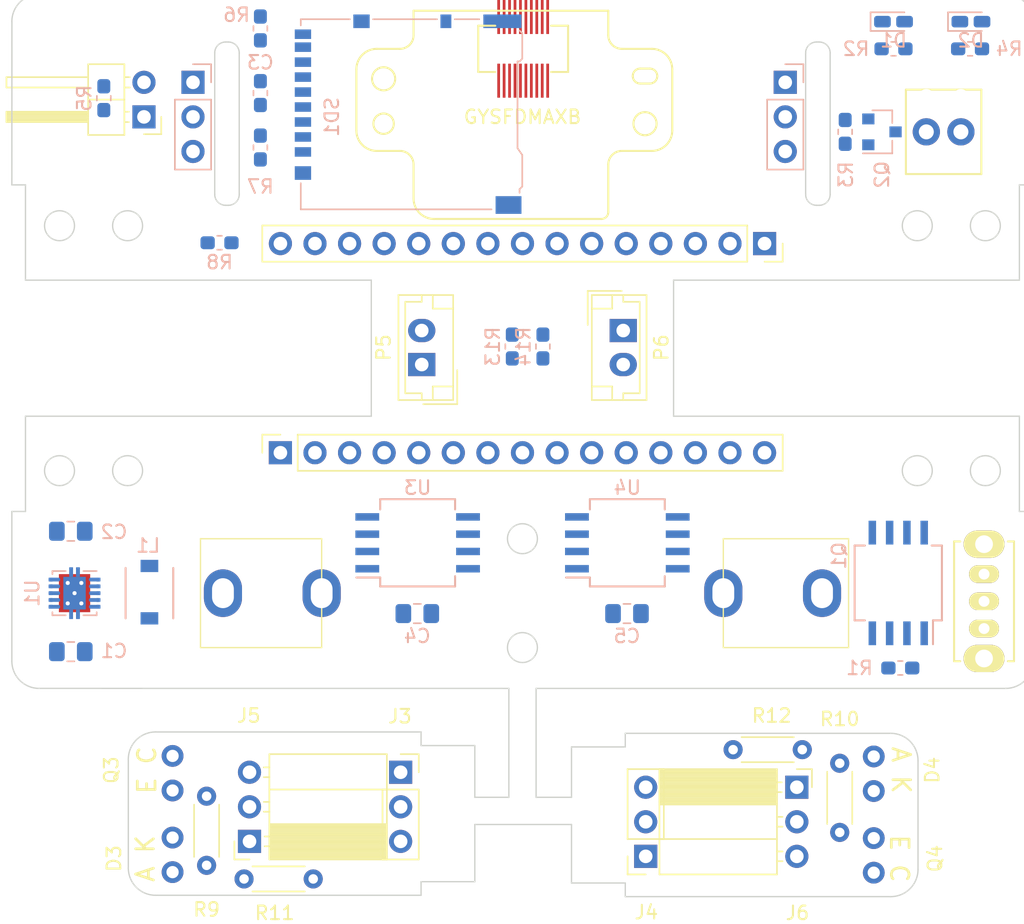
<source format=kicad_pcb>
(kicad_pcb (version 20171130) (host pcbnew "(5.0.0)")

  (general
    (thickness 1.6)
    (drawings 82)
    (tracks 0)
    (zones 0)
    (modules 47)
    (nets 57)
  )

  (page A4)
  (layers
    (0 F.Cu signal)
    (31 B.Cu signal)
    (32 B.Adhes user)
    (33 F.Adhes user)
    (34 B.Paste user)
    (35 F.Paste user)
    (36 B.SilkS user)
    (37 F.SilkS user)
    (38 B.Mask user)
    (39 F.Mask user)
    (40 Dwgs.User user)
    (41 Cmts.User user)
    (42 Eco1.User user)
    (43 Eco2.User user)
    (44 Edge.Cuts user hide)
    (45 Margin user)
    (46 B.CrtYd user)
    (47 F.CrtYd user)
    (48 B.Fab user hide)
    (49 F.Fab user hide)
  )

  (setup
    (last_trace_width 0.25)
    (trace_clearance 0.2)
    (zone_clearance 0.508)
    (zone_45_only no)
    (trace_min 0.2)
    (segment_width 0.1)
    (edge_width 0.1)
    (via_size 0.8)
    (via_drill 0.4)
    (via_min_size 0.4)
    (via_min_drill 0.3)
    (uvia_size 0.3)
    (uvia_drill 0.1)
    (uvias_allowed no)
    (uvia_min_size 0.2)
    (uvia_min_drill 0.1)
    (pcb_text_width 0.3)
    (pcb_text_size 1.5 1.5)
    (mod_edge_width 0.15)
    (mod_text_size 1 1)
    (mod_text_width 0.15)
    (pad_size 1.524 1.524)
    (pad_drill 0.762)
    (pad_to_mask_clearance 0)
    (aux_axis_origin 0 0)
    (grid_origin 40.55 47.93)
    (visible_elements 7FFFFFFF)
    (pcbplotparams
      (layerselection 0x010fc_ffffffff)
      (usegerberextensions false)
      (usegerberattributes false)
      (usegerberadvancedattributes false)
      (creategerberjobfile false)
      (excludeedgelayer true)
      (linewidth 0.100000)
      (plotframeref false)
      (viasonmask false)
      (mode 1)
      (useauxorigin false)
      (hpglpennumber 1)
      (hpglpenspeed 20)
      (hpglpendiameter 15.000000)
      (psnegative false)
      (psa4output false)
      (plotreference true)
      (plotvalue true)
      (plotinvisibletext false)
      (padsonsilk false)
      (subtractmaskfromsilk false)
      (outputformat 1)
      (mirror false)
      (drillshape 1)
      (scaleselection 1)
      (outputdirectory ""))
  )

  (net 0 "")
  (net 1 "Net-(L1-Pad1)")
  (net 2 "Net-(L1-Pad2)")
  (net 3 GND)
  (net 4 "Net-(Q1-Pad2)")
  (net 5 +3V3)
  (net 6 +BATT)
  (net 7 "Net-(R2-Pad1)")
  (net 8 "Net-(U2-Pad4)")
  (net 9 /Arduino→GPS)
  (net 10 /Arduino←GPS)
  (net 11 "Net-(D3-Pad1)")
  (net 12 "Net-(J3-Pad2)")
  (net 13 "Net-(P4-Pad2)")
  (net 14 "Net-(D2-Pad1)")
  (net 15 /flightPin)
  (net 16 /MISO)
  (net 17 /MOSI)
  (net 18 /CS)
  (net 19 "Net-(J3-Pad3)")
  (net 20 "Net-(J4-Pad2)")
  (net 21 "Net-(J4-Pad3)")
  (net 22 "Net-(D4-Pad1)")
  (net 23 /Vbatt)
  (net 24 /Nichrome)
  (net 25 "Net-(D1-Pad2)")
  (net 26 +VSW)
  (net 27 "Net-(P5-Pad1)")
  (net 28 /MotorL1)
  (net 29 /MotorL2)
  (net 30 "Net-(P5-Pad2)")
  (net 31 "Net-(P6-Pad2)")
  (net 32 /MotorR2)
  (net 33 /MotorR1)
  (net 34 "Net-(P6-Pad1)")
  (net 35 "Net-(BT1-Pad1)")
  (net 36 "Net-(D3-Pad2)")
  (net 37 "Net-(D4-Pad2)")
  (net 38 "Net-(P2-Pad3)")
  (net 39 "Net-(P2-Pad7)")
  (net 40 "Net-(P2-Pad10)")
  (net 41 "Net-(P2-Pad11)")
  (net 42 "Net-(P1-Pad15)")
  (net 43 "Net-(P1-Pad13)")
  (net 44 "Net-(P1-Pad12)")
  (net 45 "Net-(P1-Pad11)")
  (net 46 "Net-(P1-Pad10)")
  (net 47 "Net-(P1-Pad9)")
  (net 48 "Net-(P1-Pad8)")
  (net 49 /RTr_L)
  (net 50 /PTr_R)
  (net 51 "Net-(P1-Pad4)")
  (net 52 "Net-(P1-Pad3)")
  (net 53 "Net-(SD1-Pad9)")
  (net 54 "Net-(SD1-Pad8)")
  (net 55 "Net-(SD1-Pad1)")
  (net 56 /CLK)

  (net_class Default "これはデフォルトのネット クラスです。"
    (clearance 0.2)
    (trace_width 0.25)
    (via_dia 0.8)
    (via_drill 0.4)
    (uvia_dia 0.3)
    (uvia_drill 0.1)
    (add_net +3V3)
    (add_net +BATT)
    (add_net +VSW)
    (add_net /Arduino←GPS)
    (add_net /Arduino→GPS)
    (add_net /CLK)
    (add_net /CS)
    (add_net /MISO)
    (add_net /MOSI)
    (add_net /MotorL1)
    (add_net /MotorL2)
    (add_net /MotorR1)
    (add_net /MotorR2)
    (add_net /Nichrome)
    (add_net /PTr_R)
    (add_net /RTr_L)
    (add_net /Vbatt)
    (add_net /flightPin)
    (add_net GND)
    (add_net "Net-(BT1-Pad1)")
    (add_net "Net-(D1-Pad2)")
    (add_net "Net-(D2-Pad1)")
    (add_net "Net-(D3-Pad1)")
    (add_net "Net-(D3-Pad2)")
    (add_net "Net-(D4-Pad1)")
    (add_net "Net-(D4-Pad2)")
    (add_net "Net-(J3-Pad2)")
    (add_net "Net-(J3-Pad3)")
    (add_net "Net-(J4-Pad2)")
    (add_net "Net-(J4-Pad3)")
    (add_net "Net-(L1-Pad1)")
    (add_net "Net-(L1-Pad2)")
    (add_net "Net-(P1-Pad10)")
    (add_net "Net-(P1-Pad11)")
    (add_net "Net-(P1-Pad12)")
    (add_net "Net-(P1-Pad13)")
    (add_net "Net-(P1-Pad15)")
    (add_net "Net-(P1-Pad3)")
    (add_net "Net-(P1-Pad4)")
    (add_net "Net-(P1-Pad8)")
    (add_net "Net-(P1-Pad9)")
    (add_net "Net-(P2-Pad10)")
    (add_net "Net-(P2-Pad11)")
    (add_net "Net-(P2-Pad3)")
    (add_net "Net-(P2-Pad7)")
    (add_net "Net-(P4-Pad2)")
    (add_net "Net-(P5-Pad1)")
    (add_net "Net-(P5-Pad2)")
    (add_net "Net-(P6-Pad1)")
    (add_net "Net-(P6-Pad2)")
    (add_net "Net-(Q1-Pad2)")
    (add_net "Net-(R2-Pad1)")
    (add_net "Net-(SD1-Pad1)")
    (add_net "Net-(SD1-Pad8)")
    (add_net "Net-(SD1-Pad9)")
    (add_net "Net-(U2-Pad4)")
  )

  (module user:LED_5mm_2.54mm (layer F.Cu) (tedit 5D3DACC1) (tstamp 5D5783B6)
    (at 103.85 111.47 90)
    (path /5D554A43)
    (fp_text reference Q4 (at 1.04 4.5 90) (layer F.SilkS)
      (effects (font (size 1 1) (thickness 0.15)))
    )
    (fp_text value L-51ROPT1D1 (at 0 -2.54 90) (layer F.Fab)
      (effects (font (size 1 1) (thickness 0.15)))
    )
    (pad 1 thru_hole circle (at 0 0 90) (size 1.6 1.6) (drill 0.9) (layers *.Cu *.Mask)
      (net 37 "Net-(D4-Pad2)"))
    (pad 2 thru_hole circle (at 2.54 0 90) (size 1.6 1.6) (drill 0.9) (layers *.Cu *.Mask)
      (net 21 "Net-(J4-Pad3)"))
  )

  (module user:LED_5mm_2.54mm (layer F.Cu) (tedit 5D3DACC6) (tstamp 5D5783AF)
    (at 103.85 105.47 90)
    (path /5D554A4A)
    (fp_text reference D4 (at 1.54 4.3 90) (layer F.SilkS)
      (effects (font (size 1 1) (thickness 0.15)))
    )
    (fp_text value OSI5LA5A33A-B (at 0 -2.54 90) (layer F.Fab)
      (effects (font (size 1 1) (thickness 0.15)))
    )
    (pad 2 thru_hole circle (at 2.54 0 90) (size 1.6 1.6) (drill 0.9) (layers *.Cu *.Mask)
      (net 37 "Net-(D4-Pad2)"))
    (pad 1 thru_hole circle (at 0 0 90) (size 1.6 1.6) (drill 0.9) (layers *.Cu *.Mask)
      (net 22 "Net-(D4-Pad1)"))
  )

  (module Connector_PinSocket_2.54mm:PinSocket_1x03_P2.54mm_Horizontal (layer F.Cu) (tedit 5D3DACBA) (tstamp 5D578369)
    (at 98.2 105.19)
    (descr "Through hole angled socket strip, 1x03, 2.54mm pitch, 8.51mm socket length, single row (from Kicad 4.0.7), script generated")
    (tags "Through hole angled socket strip THT 1x03 2.54mm single row")
    (path /5D554A2E)
    (fp_text reference J6 (at 0.05 9.24) (layer F.SilkS)
      (effects (font (size 1 1) (thickness 0.15)))
    )
    (fp_text value linetracer (at -4.38 7.85) (layer F.Fab)
      (effects (font (size 1 1) (thickness 0.15)))
    )
    (fp_line (start -10.03 -1.27) (end -2.49 -1.27) (layer F.Fab) (width 0.1))
    (fp_line (start -2.49 -1.27) (end -1.52 -0.3) (layer F.Fab) (width 0.1))
    (fp_line (start -1.52 -0.3) (end -1.52 6.35) (layer F.Fab) (width 0.1))
    (fp_line (start -1.52 6.35) (end -10.03 6.35) (layer F.Fab) (width 0.1))
    (fp_line (start -10.03 6.35) (end -10.03 -1.27) (layer F.Fab) (width 0.1))
    (fp_line (start 0 -0.3) (end -1.52 -0.3) (layer F.Fab) (width 0.1))
    (fp_line (start -1.52 0.3) (end 0 0.3) (layer F.Fab) (width 0.1))
    (fp_line (start 0 0.3) (end 0 -0.3) (layer F.Fab) (width 0.1))
    (fp_line (start 0 2.24) (end -1.52 2.24) (layer F.Fab) (width 0.1))
    (fp_line (start -1.52 2.84) (end 0 2.84) (layer F.Fab) (width 0.1))
    (fp_line (start 0 2.84) (end 0 2.24) (layer F.Fab) (width 0.1))
    (fp_line (start 0 4.78) (end -1.52 4.78) (layer F.Fab) (width 0.1))
    (fp_line (start -1.52 5.38) (end 0 5.38) (layer F.Fab) (width 0.1))
    (fp_line (start 0 5.38) (end 0 4.78) (layer F.Fab) (width 0.1))
    (fp_line (start -10.09 -1.21) (end -1.46 -1.21) (layer F.SilkS) (width 0.12))
    (fp_line (start -10.09 -1.091905) (end -1.46 -1.091905) (layer F.SilkS) (width 0.12))
    (fp_line (start -10.09 -0.97381) (end -1.46 -0.97381) (layer F.SilkS) (width 0.12))
    (fp_line (start -10.09 -0.855715) (end -1.46 -0.855715) (layer F.SilkS) (width 0.12))
    (fp_line (start -10.09 -0.73762) (end -1.46 -0.73762) (layer F.SilkS) (width 0.12))
    (fp_line (start -10.09 -0.619525) (end -1.46 -0.619525) (layer F.SilkS) (width 0.12))
    (fp_line (start -10.09 -0.50143) (end -1.46 -0.50143) (layer F.SilkS) (width 0.12))
    (fp_line (start -10.09 -0.383335) (end -1.46 -0.383335) (layer F.SilkS) (width 0.12))
    (fp_line (start -10.09 -0.26524) (end -1.46 -0.26524) (layer F.SilkS) (width 0.12))
    (fp_line (start -10.09 -0.147145) (end -1.46 -0.147145) (layer F.SilkS) (width 0.12))
    (fp_line (start -10.09 -0.02905) (end -1.46 -0.02905) (layer F.SilkS) (width 0.12))
    (fp_line (start -10.09 0.089045) (end -1.46 0.089045) (layer F.SilkS) (width 0.12))
    (fp_line (start -10.09 0.20714) (end -1.46 0.20714) (layer F.SilkS) (width 0.12))
    (fp_line (start -10.09 0.325235) (end -1.46 0.325235) (layer F.SilkS) (width 0.12))
    (fp_line (start -10.09 0.44333) (end -1.46 0.44333) (layer F.SilkS) (width 0.12))
    (fp_line (start -10.09 0.561425) (end -1.46 0.561425) (layer F.SilkS) (width 0.12))
    (fp_line (start -10.09 0.67952) (end -1.46 0.67952) (layer F.SilkS) (width 0.12))
    (fp_line (start -10.09 0.797615) (end -1.46 0.797615) (layer F.SilkS) (width 0.12))
    (fp_line (start -10.09 0.91571) (end -1.46 0.91571) (layer F.SilkS) (width 0.12))
    (fp_line (start -10.09 1.033805) (end -1.46 1.033805) (layer F.SilkS) (width 0.12))
    (fp_line (start -10.09 1.1519) (end -1.46 1.1519) (layer F.SilkS) (width 0.12))
    (fp_line (start -1.46 -0.36) (end -1.11 -0.36) (layer F.SilkS) (width 0.12))
    (fp_line (start -1.46 0.36) (end -1.11 0.36) (layer F.SilkS) (width 0.12))
    (fp_line (start -1.46 2.18) (end -1.05 2.18) (layer F.SilkS) (width 0.12))
    (fp_line (start -1.46 2.9) (end -1.05 2.9) (layer F.SilkS) (width 0.12))
    (fp_line (start -1.46 4.72) (end -1.05 4.72) (layer F.SilkS) (width 0.12))
    (fp_line (start -1.46 5.44) (end -1.05 5.44) (layer F.SilkS) (width 0.12))
    (fp_line (start -10.09 1.27) (end -1.46 1.27) (layer F.SilkS) (width 0.12))
    (fp_line (start -10.09 3.81) (end -1.46 3.81) (layer F.SilkS) (width 0.12))
    (fp_line (start -10.09 -1.33) (end -1.46 -1.33) (layer F.SilkS) (width 0.12))
    (fp_line (start -1.46 -1.33) (end -1.46 6.41) (layer F.SilkS) (width 0.12))
    (fp_line (start -10.09 6.41) (end -1.46 6.41) (layer F.SilkS) (width 0.12))
    (fp_line (start -10.09 -1.33) (end -10.09 6.41) (layer F.SilkS) (width 0.12))
    (fp_line (start 1.11 -1.33) (end 1.11 0) (layer F.SilkS) (width 0.12))
    (fp_line (start 0 -1.33) (end 1.11 -1.33) (layer F.SilkS) (width 0.12))
    (fp_line (start 1.75 -1.8) (end -10.55 -1.8) (layer F.CrtYd) (width 0.05))
    (fp_line (start -10.55 -1.8) (end -10.55 6.85) (layer F.CrtYd) (width 0.05))
    (fp_line (start -10.55 6.85) (end 1.75 6.85) (layer F.CrtYd) (width 0.05))
    (fp_line (start 1.75 6.85) (end 1.75 -1.8) (layer F.CrtYd) (width 0.05))
    (fp_text user %R (at -5.775 2.54) (layer F.Fab)
      (effects (font (size 1 1) (thickness 0.15)))
    )
    (pad 1 thru_hole rect (at 0 0) (size 1.7 1.7) (drill 1) (layers *.Cu *.Mask)
      (net 21 "Net-(J4-Pad3)"))
    (pad 2 thru_hole oval (at 0 2.54) (size 1.7 1.7) (drill 1) (layers *.Cu *.Mask)
      (net 20 "Net-(J4-Pad2)"))
    (pad 3 thru_hole oval (at 0 5.08) (size 1.7 1.7) (drill 1) (layers *.Cu *.Mask)
      (net 37 "Net-(D4-Pad2)"))
    (model ${KISYS3DMOD}/Connector_PinSocket_2.54mm.3dshapes/PinSocket_1x03_P2.54mm_Horizontal.wrl
      (at (xyz 0 0 0))
      (scale (xyz 1 1 1))
      (rotate (xyz 0 0 0))
    )
  )

  (module Connector_PinSocket_2.54mm:PinSocket_1x03_P2.54mm_Vertical (layer F.Cu) (tedit 5D3DACBE) (tstamp 5D578353)
    (at 87.1 110.27 180)
    (descr "Through hole straight socket strip, 1x03, 2.54mm pitch, single row (from Kicad 4.0.7), script generated")
    (tags "Through hole socket strip THT 1x03 2.54mm single row")
    (path /5D852CCC)
    (fp_text reference J4 (at -0.05 -4.11 180) (layer F.SilkS)
      (effects (font (size 1 1) (thickness 0.15)))
    )
    (fp_text value linetracer (at 0 7.85 180) (layer F.Fab)
      (effects (font (size 1 1) (thickness 0.15)))
    )
    (fp_line (start -1.27 -1.27) (end 0.635 -1.27) (layer F.Fab) (width 0.1))
    (fp_line (start 0.635 -1.27) (end 1.27 -0.635) (layer F.Fab) (width 0.1))
    (fp_line (start 1.27 -0.635) (end 1.27 6.35) (layer F.Fab) (width 0.1))
    (fp_line (start 1.27 6.35) (end -1.27 6.35) (layer F.Fab) (width 0.1))
    (fp_line (start -1.27 6.35) (end -1.27 -1.27) (layer F.Fab) (width 0.1))
    (fp_line (start -1.33 1.27) (end 1.33 1.27) (layer F.SilkS) (width 0.12))
    (fp_line (start -1.33 1.27) (end -1.33 6.41) (layer F.SilkS) (width 0.12))
    (fp_line (start -1.33 6.41) (end 1.33 6.41) (layer F.SilkS) (width 0.12))
    (fp_line (start 1.33 1.27) (end 1.33 6.41) (layer F.SilkS) (width 0.12))
    (fp_line (start 1.33 -1.33) (end 1.33 0) (layer F.SilkS) (width 0.12))
    (fp_line (start 0 -1.33) (end 1.33 -1.33) (layer F.SilkS) (width 0.12))
    (fp_line (start -1.8 -1.8) (end 1.75 -1.8) (layer F.CrtYd) (width 0.05))
    (fp_line (start 1.75 -1.8) (end 1.75 6.85) (layer F.CrtYd) (width 0.05))
    (fp_line (start 1.75 6.85) (end -1.8 6.85) (layer F.CrtYd) (width 0.05))
    (fp_line (start -1.8 6.85) (end -1.8 -1.8) (layer F.CrtYd) (width 0.05))
    (fp_text user %R (at 0 2.54 270) (layer F.Fab)
      (effects (font (size 1 1) (thickness 0.15)))
    )
    (pad 1 thru_hole rect (at 0 0 180) (size 1.7 1.7) (drill 1) (layers *.Cu *.Mask)
      (net 37 "Net-(D4-Pad2)"))
    (pad 2 thru_hole oval (at 0 2.54 180) (size 1.7 1.7) (drill 1) (layers *.Cu *.Mask)
      (net 20 "Net-(J4-Pad2)"))
    (pad 3 thru_hole oval (at 0 5.08 180) (size 1.7 1.7) (drill 1) (layers *.Cu *.Mask)
      (net 21 "Net-(J4-Pad3)"))
    (model ${KISYS3DMOD}/Connector_PinSocket_2.54mm.3dshapes/PinSocket_1x03_P2.54mm_Vertical.wrl
      (at (xyz 0 0 0))
      (scale (xyz 1 1 1))
      (rotate (xyz 0 0 0))
    )
  )

  (module Resistor_THT:R_Axial_DIN0204_L3.6mm_D1.6mm_P5.08mm_Horizontal (layer F.Cu) (tedit 5D3DACCB) (tstamp 5D578341)
    (at 101.35 103.43 270)
    (descr "Resistor, Axial_DIN0204 series, Axial, Horizontal, pin pitch=5.08mm, 0.167W, length*diameter=3.6*1.6mm^2, http://cdn-reichelt.de/documents/datenblatt/B400/1_4W%23YAG.pdf")
    (tags "Resistor Axial_DIN0204 series Axial Horizontal pin pitch 5.08mm 0.167W length 3.6mm diameter 1.6mm")
    (path /5D554A35)
    (fp_text reference R10 (at -3.25 0) (layer F.SilkS)
      (effects (font (size 1 1) (thickness 0.15)))
    )
    (fp_text value 1K (at 2.54 1.92 270) (layer F.Fab)
      (effects (font (size 1 1) (thickness 0.15)))
    )
    (fp_text user %R (at 2.54 0 270) (layer F.Fab)
      (effects (font (size 0.72 0.72) (thickness 0.108)))
    )
    (fp_line (start 6.03 -1.05) (end -0.95 -1.05) (layer F.CrtYd) (width 0.05))
    (fp_line (start 6.03 1.05) (end 6.03 -1.05) (layer F.CrtYd) (width 0.05))
    (fp_line (start -0.95 1.05) (end 6.03 1.05) (layer F.CrtYd) (width 0.05))
    (fp_line (start -0.95 -1.05) (end -0.95 1.05) (layer F.CrtYd) (width 0.05))
    (fp_line (start 0.62 0.92) (end 4.46 0.92) (layer F.SilkS) (width 0.12))
    (fp_line (start 0.62 -0.92) (end 4.46 -0.92) (layer F.SilkS) (width 0.12))
    (fp_line (start 5.08 0) (end 4.34 0) (layer F.Fab) (width 0.1))
    (fp_line (start 0 0) (end 0.74 0) (layer F.Fab) (width 0.1))
    (fp_line (start 4.34 -0.8) (end 0.74 -0.8) (layer F.Fab) (width 0.1))
    (fp_line (start 4.34 0.8) (end 4.34 -0.8) (layer F.Fab) (width 0.1))
    (fp_line (start 0.74 0.8) (end 4.34 0.8) (layer F.Fab) (width 0.1))
    (fp_line (start 0.74 -0.8) (end 0.74 0.8) (layer F.Fab) (width 0.1))
    (pad 2 thru_hole oval (at 5.08 0 270) (size 1.4 1.4) (drill 0.7) (layers *.Cu *.Mask)
      (net 20 "Net-(J4-Pad2)"))
    (pad 1 thru_hole circle (at 0 0 270) (size 1.4 1.4) (drill 0.7) (layers *.Cu *.Mask)
      (net 21 "Net-(J4-Pad3)"))
    (model ${KISYS3DMOD}/Resistor_THT.3dshapes/R_Axial_DIN0204_L3.6mm_D1.6mm_P5.08mm_Horizontal.wrl
      (at (xyz 0 0 0))
      (scale (xyz 1 1 1))
      (rotate (xyz 0 0 0))
    )
  )

  (module Resistor_THT:R_Axial_DIN0204_L3.6mm_D1.6mm_P5.08mm_Horizontal (layer F.Cu) (tedit 5D3DACCE) (tstamp 5D57832F)
    (at 98.6 102.43 180)
    (descr "Resistor, Axial_DIN0204 series, Axial, Horizontal, pin pitch=5.08mm, 0.167W, length*diameter=3.6*1.6mm^2, http://cdn-reichelt.de/documents/datenblatt/B400/1_4W%23YAG.pdf")
    (tags "Resistor Axial_DIN0204 series Axial Horizontal pin pitch 5.08mm 0.167W length 3.6mm diameter 1.6mm")
    (path /5D554A3C)
    (fp_text reference R12 (at 2.25 2.5 180) (layer F.SilkS)
      (effects (font (size 1 1) (thickness 0.15)))
    )
    (fp_text value 1K (at 2.54 1.92 180) (layer F.Fab)
      (effects (font (size 1 1) (thickness 0.15)))
    )
    (fp_line (start 0.74 -0.8) (end 0.74 0.8) (layer F.Fab) (width 0.1))
    (fp_line (start 0.74 0.8) (end 4.34 0.8) (layer F.Fab) (width 0.1))
    (fp_line (start 4.34 0.8) (end 4.34 -0.8) (layer F.Fab) (width 0.1))
    (fp_line (start 4.34 -0.8) (end 0.74 -0.8) (layer F.Fab) (width 0.1))
    (fp_line (start 0 0) (end 0.74 0) (layer F.Fab) (width 0.1))
    (fp_line (start 5.08 0) (end 4.34 0) (layer F.Fab) (width 0.1))
    (fp_line (start 0.62 -0.92) (end 4.46 -0.92) (layer F.SilkS) (width 0.12))
    (fp_line (start 0.62 0.92) (end 4.46 0.92) (layer F.SilkS) (width 0.12))
    (fp_line (start -0.95 -1.05) (end -0.95 1.05) (layer F.CrtYd) (width 0.05))
    (fp_line (start -0.95 1.05) (end 6.03 1.05) (layer F.CrtYd) (width 0.05))
    (fp_line (start 6.03 1.05) (end 6.03 -1.05) (layer F.CrtYd) (width 0.05))
    (fp_line (start 6.03 -1.05) (end -0.95 -1.05) (layer F.CrtYd) (width 0.05))
    (fp_text user %R (at 2.54 0 180) (layer F.Fab)
      (effects (font (size 0.72 0.72) (thickness 0.108)))
    )
    (pad 1 thru_hole circle (at 0 0 180) (size 1.4 1.4) (drill 0.7) (layers *.Cu *.Mask)
      (net 22 "Net-(D4-Pad1)"))
    (pad 2 thru_hole oval (at 5.08 0 180) (size 1.4 1.4) (drill 0.7) (layers *.Cu *.Mask)
      (net 20 "Net-(J4-Pad2)"))
    (model ${KISYS3DMOD}/Resistor_THT.3dshapes/R_Axial_DIN0204_L3.6mm_D1.6mm_P5.08mm_Horizontal.wrl
      (at (xyz 0 0 0))
      (scale (xyz 1 1 1))
      (rotate (xyz 0 0 0))
    )
  )

  (module LED_SMD:LED_0603_1608Metric_Castellated (layer B.Cu) (tedit 5B301BBE) (tstamp 5D577B13)
    (at 110.9875 48.93)
    (descr "LED SMD 0603 (1608 Metric), castellated end terminal, IPC_7351 nominal, (Body size source: http://www.tortai-tech.com/upload/download/2011102023233369053.pdf), generated with kicad-footprint-generator")
    (tags "LED castellated")
    (path /5D48B926)
    (attr smd)
    (fp_text reference D2 (at 0 1.38) (layer B.SilkS)
      (effects (font (size 1 1) (thickness 0.15)) (justify mirror))
    )
    (fp_text value RED (at 0 -1.38) (layer B.Fab)
      (effects (font (size 1 1) (thickness 0.15)) (justify mirror))
    )
    (fp_text user %R (at 0 0) (layer B.Fab)
      (effects (font (size 0.4 0.4) (thickness 0.06)) (justify mirror))
    )
    (fp_line (start 1.68 -0.68) (end -1.68 -0.68) (layer B.CrtYd) (width 0.05))
    (fp_line (start 1.68 0.68) (end 1.68 -0.68) (layer B.CrtYd) (width 0.05))
    (fp_line (start -1.68 0.68) (end 1.68 0.68) (layer B.CrtYd) (width 0.05))
    (fp_line (start -1.68 -0.68) (end -1.68 0.68) (layer B.CrtYd) (width 0.05))
    (fp_line (start -1.685 -0.685) (end 0.8 -0.685) (layer B.SilkS) (width 0.12))
    (fp_line (start -1.685 0.685) (end -1.685 -0.685) (layer B.SilkS) (width 0.12))
    (fp_line (start 0.8 0.685) (end -1.685 0.685) (layer B.SilkS) (width 0.12))
    (fp_line (start 0.8 -0.4) (end 0.8 0.4) (layer B.Fab) (width 0.1))
    (fp_line (start -0.8 -0.4) (end 0.8 -0.4) (layer B.Fab) (width 0.1))
    (fp_line (start -0.8 0.1) (end -0.8 -0.4) (layer B.Fab) (width 0.1))
    (fp_line (start -0.5 0.4) (end -0.8 0.1) (layer B.Fab) (width 0.1))
    (fp_line (start 0.8 0.4) (end -0.5 0.4) (layer B.Fab) (width 0.1))
    (pad 2 smd roundrect (at 0.8125 0) (size 1.225 0.85) (layers B.Cu B.Paste B.Mask) (roundrect_rratio 0.25)
      (net 26 +VSW))
    (pad 1 smd roundrect (at -0.8125 0) (size 1.225 0.85) (layers B.Cu B.Paste B.Mask) (roundrect_rratio 0.25)
      (net 14 "Net-(D2-Pad1)"))
    (model ${KISYS3DMOD}/LED_SMD.3dshapes/LED_0603_1608Metric_Castellated.wrl
      (at (xyz 0 0 0))
      (scale (xyz 1 1 1))
      (rotate (xyz 0 0 0))
    )
  )

  (module LED_SMD:LED_0603_1608Metric_Castellated (layer B.Cu) (tedit 5B301BBE) (tstamp 5D577B01)
    (at 105.3 48.93)
    (descr "LED SMD 0603 (1608 Metric), castellated end terminal, IPC_7351 nominal, (Body size source: http://www.tortai-tech.com/upload/download/2011102023233369053.pdf), generated with kicad-footprint-generator")
    (tags "LED castellated")
    (path /5D617AD9)
    (attr smd)
    (fp_text reference D1 (at 0 1.38) (layer B.SilkS)
      (effects (font (size 1 1) (thickness 0.15)) (justify mirror))
    )
    (fp_text value RED (at 0 -1.38) (layer B.Fab)
      (effects (font (size 1 1) (thickness 0.15)) (justify mirror))
    )
    (fp_line (start 0.8 0.4) (end -0.5 0.4) (layer B.Fab) (width 0.1))
    (fp_line (start -0.5 0.4) (end -0.8 0.1) (layer B.Fab) (width 0.1))
    (fp_line (start -0.8 0.1) (end -0.8 -0.4) (layer B.Fab) (width 0.1))
    (fp_line (start -0.8 -0.4) (end 0.8 -0.4) (layer B.Fab) (width 0.1))
    (fp_line (start 0.8 -0.4) (end 0.8 0.4) (layer B.Fab) (width 0.1))
    (fp_line (start 0.8 0.685) (end -1.685 0.685) (layer B.SilkS) (width 0.12))
    (fp_line (start -1.685 0.685) (end -1.685 -0.685) (layer B.SilkS) (width 0.12))
    (fp_line (start -1.685 -0.685) (end 0.8 -0.685) (layer B.SilkS) (width 0.12))
    (fp_line (start -1.68 -0.68) (end -1.68 0.68) (layer B.CrtYd) (width 0.05))
    (fp_line (start -1.68 0.68) (end 1.68 0.68) (layer B.CrtYd) (width 0.05))
    (fp_line (start 1.68 0.68) (end 1.68 -0.68) (layer B.CrtYd) (width 0.05))
    (fp_line (start 1.68 -0.68) (end -1.68 -0.68) (layer B.CrtYd) (width 0.05))
    (fp_text user %R (at 0 0) (layer B.Fab)
      (effects (font (size 0.4 0.4) (thickness 0.06)) (justify mirror))
    )
    (pad 1 smd roundrect (at -0.8125 0) (size 1.225 0.85) (layers B.Cu B.Paste B.Mask) (roundrect_rratio 0.25)
      (net 3 GND))
    (pad 2 smd roundrect (at 0.8125 0) (size 1.225 0.85) (layers B.Cu B.Paste B.Mask) (roundrect_rratio 0.25)
      (net 25 "Net-(D1-Pad2)"))
    (model ${KISYS3DMOD}/LED_SMD.3dshapes/LED_0603_1608Metric_Castellated.wrl
      (at (xyz 0 0 0))
      (scale (xyz 1 1 1))
      (rotate (xyz 0 0 0))
    )
  )

  (module user:LED_5mm_2.54mm (layer F.Cu) (tedit 5D3DAB82) (tstamp 5D57774E)
    (at 52.35 108.89 270)
    (path /5D4D4C29)
    (fp_text reference D3 (at 1.54 4.3 270) (layer F.SilkS)
      (effects (font (size 1 1) (thickness 0.15)))
    )
    (fp_text value OSI5LA5A33A-B (at 0 -2.54 270) (layer F.Fab)
      (effects (font (size 1 1) (thickness 0.15)))
    )
    (pad 1 thru_hole circle (at 0 0 270) (size 1.6 1.6) (drill 0.9) (layers *.Cu *.Mask)
      (net 11 "Net-(D3-Pad1)"))
    (pad 2 thru_hole circle (at 2.54 0 270) (size 1.6 1.6) (drill 0.9) (layers *.Cu *.Mask)
      (net 36 "Net-(D3-Pad2)"))
  )

  (module user:LED_5mm_2.54mm (layer F.Cu) (tedit 5D3DAB82) (tstamp 5D57416F)
    (at 52.35 102.89 270)
    (path /5D4D4B4E)
    (fp_text reference Q3 (at 1.04 4.5 270) (layer F.SilkS)
      (effects (font (size 1 1) (thickness 0.15)))
    )
    (fp_text value L-51ROPT1D1 (at 0 -2.54 270) (layer F.Fab)
      (effects (font (size 1 1) (thickness 0.15)))
    )
    (pad 2 thru_hole circle (at 2.54 0 270) (size 1.6 1.6) (drill 0.9) (layers *.Cu *.Mask)
      (net 19 "Net-(J3-Pad3)"))
    (pad 1 thru_hole circle (at 0 0 270) (size 1.6 1.6) (drill 0.9) (layers *.Cu *.Mask)
      (net 36 "Net-(D3-Pad2)"))
  )

  (module Connector_PinSocket_2.54mm:PinSocket_1x03_P2.54mm_Vertical (layer F.Cu) (tedit 5D3DAA02) (tstamp 5D4A4EEB)
    (at 69.1 104.09)
    (descr "Through hole straight socket strip, 1x03, 2.54mm pitch, single row (from Kicad 4.0.7), script generated")
    (tags "Through hole socket strip THT 1x03 2.54mm single row")
    (path /5D852CC5)
    (fp_text reference J3 (at -0.05 -4.11) (layer F.SilkS)
      (effects (font (size 1 1) (thickness 0.15)))
    )
    (fp_text value linetracer (at 0 7.85) (layer F.Fab)
      (effects (font (size 1 1) (thickness 0.15)))
    )
    (fp_text user %R (at 0 2.54 90) (layer F.Fab)
      (effects (font (size 1 1) (thickness 0.15)))
    )
    (fp_line (start -1.8 6.85) (end -1.8 -1.8) (layer F.CrtYd) (width 0.05))
    (fp_line (start 1.75 6.85) (end -1.8 6.85) (layer F.CrtYd) (width 0.05))
    (fp_line (start 1.75 -1.8) (end 1.75 6.85) (layer F.CrtYd) (width 0.05))
    (fp_line (start -1.8 -1.8) (end 1.75 -1.8) (layer F.CrtYd) (width 0.05))
    (fp_line (start 0 -1.33) (end 1.33 -1.33) (layer F.SilkS) (width 0.12))
    (fp_line (start 1.33 -1.33) (end 1.33 0) (layer F.SilkS) (width 0.12))
    (fp_line (start 1.33 1.27) (end 1.33 6.41) (layer F.SilkS) (width 0.12))
    (fp_line (start -1.33 6.41) (end 1.33 6.41) (layer F.SilkS) (width 0.12))
    (fp_line (start -1.33 1.27) (end -1.33 6.41) (layer F.SilkS) (width 0.12))
    (fp_line (start -1.33 1.27) (end 1.33 1.27) (layer F.SilkS) (width 0.12))
    (fp_line (start -1.27 6.35) (end -1.27 -1.27) (layer F.Fab) (width 0.1))
    (fp_line (start 1.27 6.35) (end -1.27 6.35) (layer F.Fab) (width 0.1))
    (fp_line (start 1.27 -0.635) (end 1.27 6.35) (layer F.Fab) (width 0.1))
    (fp_line (start 0.635 -1.27) (end 1.27 -0.635) (layer F.Fab) (width 0.1))
    (fp_line (start -1.27 -1.27) (end 0.635 -1.27) (layer F.Fab) (width 0.1))
    (pad 3 thru_hole oval (at 0 5.08) (size 1.7 1.7) (drill 1) (layers *.Cu *.Mask)
      (net 19 "Net-(J3-Pad3)"))
    (pad 2 thru_hole oval (at 0 2.54) (size 1.7 1.7) (drill 1) (layers *.Cu *.Mask)
      (net 12 "Net-(J3-Pad2)"))
    (pad 1 thru_hole rect (at 0 0) (size 1.7 1.7) (drill 1) (layers *.Cu *.Mask)
      (net 36 "Net-(D3-Pad2)"))
    (model ${KISYS3DMOD}/Connector_PinSocket_2.54mm.3dshapes/PinSocket_1x03_P2.54mm_Vertical.wrl
      (at (xyz 0 0 0))
      (scale (xyz 1 1 1))
      (rotate (xyz 0 0 0))
    )
  )

  (module Capacitor_SMD:C_0603_1608Metric_Pad1.05x0.95mm_HandSolder (layer B.Cu) (tedit 5B301BBE) (tstamp 5D4A5187)
    (at 58.8 54.18 90)
    (descr "Capacitor SMD 0603 (1608 Metric), square (rectangular) end terminal, IPC_7351 nominal with elongated pad for handsoldering. (Body size source: http://www.tortai-tech.com/upload/download/2011102023233369053.pdf), generated with kicad-footprint-generator")
    (tags "capacitor handsolder")
    (path /5D3D4910)
    (attr smd)
    (fp_text reference C3 (at 2.25 0) (layer B.SilkS)
      (effects (font (size 1 1) (thickness 0.15)) (justify mirror))
    )
    (fp_text value 0.1u (at 0 -1.43 90) (layer B.Fab)
      (effects (font (size 1 1) (thickness 0.15)) (justify mirror))
    )
    (fp_line (start -0.8 -0.4) (end -0.8 0.4) (layer B.Fab) (width 0.1))
    (fp_line (start -0.8 0.4) (end 0.8 0.4) (layer B.Fab) (width 0.1))
    (fp_line (start 0.8 0.4) (end 0.8 -0.4) (layer B.Fab) (width 0.1))
    (fp_line (start 0.8 -0.4) (end -0.8 -0.4) (layer B.Fab) (width 0.1))
    (fp_line (start -0.171267 0.51) (end 0.171267 0.51) (layer B.SilkS) (width 0.12))
    (fp_line (start -0.171267 -0.51) (end 0.171267 -0.51) (layer B.SilkS) (width 0.12))
    (fp_line (start -1.65 -0.73) (end -1.65 0.73) (layer B.CrtYd) (width 0.05))
    (fp_line (start -1.65 0.73) (end 1.65 0.73) (layer B.CrtYd) (width 0.05))
    (fp_line (start 1.65 0.73) (end 1.65 -0.73) (layer B.CrtYd) (width 0.05))
    (fp_line (start 1.65 -0.73) (end -1.65 -0.73) (layer B.CrtYd) (width 0.05))
    (fp_text user %R (at 0 0 90) (layer B.Fab)
      (effects (font (size 0.4 0.4) (thickness 0.06)) (justify mirror))
    )
    (pad 1 smd roundrect (at -0.875 0 90) (size 1.05 0.95) (layers B.Cu B.Paste B.Mask) (roundrect_rratio 0.25)
      (net 5 +3V3))
    (pad 2 smd roundrect (at 0.875 0 90) (size 1.05 0.95) (layers B.Cu B.Paste B.Mask) (roundrect_rratio 0.25)
      (net 3 GND))
    (model ${KISYS3DMOD}/Capacitor_SMD.3dshapes/C_0603_1608Metric.wrl
      (at (xyz 0 0 0))
      (scale (xyz 1 1 1))
      (rotate (xyz 0 0 0))
    )
  )

  (module Capacitor_SMD:C_0805_2012Metric_Pad1.15x1.40mm_HandSolder (layer B.Cu) (tedit 5B36C52B) (tstamp 5D4A5176)
    (at 44.875 95.23)
    (descr "Capacitor SMD 0805 (2012 Metric), square (rectangular) end terminal, IPC_7351 nominal with elongated pad for handsoldering. (Body size source: https://docs.google.com/spreadsheets/d/1BsfQQcO9C6DZCsRaXUlFlo91Tg2WpOkGARC1WS5S8t0/edit?usp=sharing), generated with kicad-footprint-generator")
    (tags "capacitor handsolder")
    (path /5D3EE0F8)
    (attr smd)
    (fp_text reference C1 (at 3.175 -0.05) (layer B.SilkS)
      (effects (font (size 1 1) (thickness 0.15)) (justify mirror))
    )
    (fp_text value 10u (at 0 -1.65) (layer B.Fab)
      (effects (font (size 1 1) (thickness 0.15)) (justify mirror))
    )
    (fp_text user %R (at 0 0) (layer B.Fab)
      (effects (font (size 0.5 0.5) (thickness 0.08)) (justify mirror))
    )
    (fp_line (start 1.85 -0.95) (end -1.85 -0.95) (layer B.CrtYd) (width 0.05))
    (fp_line (start 1.85 0.95) (end 1.85 -0.95) (layer B.CrtYd) (width 0.05))
    (fp_line (start -1.85 0.95) (end 1.85 0.95) (layer B.CrtYd) (width 0.05))
    (fp_line (start -1.85 -0.95) (end -1.85 0.95) (layer B.CrtYd) (width 0.05))
    (fp_line (start -0.261252 -0.71) (end 0.261252 -0.71) (layer B.SilkS) (width 0.12))
    (fp_line (start -0.261252 0.71) (end 0.261252 0.71) (layer B.SilkS) (width 0.12))
    (fp_line (start 1 -0.6) (end -1 -0.6) (layer B.Fab) (width 0.1))
    (fp_line (start 1 0.6) (end 1 -0.6) (layer B.Fab) (width 0.1))
    (fp_line (start -1 0.6) (end 1 0.6) (layer B.Fab) (width 0.1))
    (fp_line (start -1 -0.6) (end -1 0.6) (layer B.Fab) (width 0.1))
    (pad 2 smd roundrect (at 1.025 0) (size 1.15 1.4) (layers B.Cu B.Paste B.Mask) (roundrect_rratio 0.217391)
      (net 3 GND))
    (pad 1 smd roundrect (at -1.025 0) (size 1.15 1.4) (layers B.Cu B.Paste B.Mask) (roundrect_rratio 0.217391)
      (net 26 +VSW))
    (model ${KISYS3DMOD}/Capacitor_SMD.3dshapes/C_0805_2012Metric.wrl
      (at (xyz 0 0 0))
      (scale (xyz 1 1 1))
      (rotate (xyz 0 0 0))
    )
  )

  (module Capacitor_SMD:C_0805_2012Metric_Pad1.15x1.40mm_HandSolder (layer B.Cu) (tedit 5B36C52B) (tstamp 5D4A5165)
    (at 44.875 86.38 180)
    (descr "Capacitor SMD 0805 (2012 Metric), square (rectangular) end terminal, IPC_7351 nominal with elongated pad for handsoldering. (Body size source: https://docs.google.com/spreadsheets/d/1BsfQQcO9C6DZCsRaXUlFlo91Tg2WpOkGARC1WS5S8t0/edit?usp=sharing), generated with kicad-footprint-generator")
    (tags "capacitor handsolder")
    (path /5D3EE090)
    (attr smd)
    (fp_text reference C2 (at -3.175 -0.05 180) (layer B.SilkS)
      (effects (font (size 1 1) (thickness 0.15)) (justify mirror))
    )
    (fp_text value 10u (at 0 -1.65 180) (layer B.Fab)
      (effects (font (size 1 1) (thickness 0.15)) (justify mirror))
    )
    (fp_line (start -1 -0.6) (end -1 0.6) (layer B.Fab) (width 0.1))
    (fp_line (start -1 0.6) (end 1 0.6) (layer B.Fab) (width 0.1))
    (fp_line (start 1 0.6) (end 1 -0.6) (layer B.Fab) (width 0.1))
    (fp_line (start 1 -0.6) (end -1 -0.6) (layer B.Fab) (width 0.1))
    (fp_line (start -0.261252 0.71) (end 0.261252 0.71) (layer B.SilkS) (width 0.12))
    (fp_line (start -0.261252 -0.71) (end 0.261252 -0.71) (layer B.SilkS) (width 0.12))
    (fp_line (start -1.85 -0.95) (end -1.85 0.95) (layer B.CrtYd) (width 0.05))
    (fp_line (start -1.85 0.95) (end 1.85 0.95) (layer B.CrtYd) (width 0.05))
    (fp_line (start 1.85 0.95) (end 1.85 -0.95) (layer B.CrtYd) (width 0.05))
    (fp_line (start 1.85 -0.95) (end -1.85 -0.95) (layer B.CrtYd) (width 0.05))
    (fp_text user %R (at 0.075 0 180) (layer B.Fab)
      (effects (font (size 0.5 0.5) (thickness 0.08)) (justify mirror))
    )
    (pad 1 smd roundrect (at -1.025 0 180) (size 1.15 1.4) (layers B.Cu B.Paste B.Mask) (roundrect_rratio 0.217391)
      (net 5 +3V3))
    (pad 2 smd roundrect (at 1.025 0 180) (size 1.15 1.4) (layers B.Cu B.Paste B.Mask) (roundrect_rratio 0.217391)
      (net 3 GND))
    (model ${KISYS3DMOD}/Capacitor_SMD.3dshapes/C_0805_2012Metric.wrl
      (at (xyz 0 0 0))
      (scale (xyz 1 1 1))
      (rotate (xyz 0 0 0))
    )
  )

  (module Capacitor_SMD:C_0805_2012Metric_Pad1.15x1.40mm_HandSolder (layer B.Cu) (tedit 5B36C52B) (tstamp 5D4A5154)
    (at 70.325 92.43)
    (descr "Capacitor SMD 0805 (2012 Metric), square (rectangular) end terminal, IPC_7351 nominal with elongated pad for handsoldering. (Body size source: https://docs.google.com/spreadsheets/d/1BsfQQcO9C6DZCsRaXUlFlo91Tg2WpOkGARC1WS5S8t0/edit?usp=sharing), generated with kicad-footprint-generator")
    (tags "capacitor handsolder")
    (path /5D436018)
    (attr smd)
    (fp_text reference C4 (at 0 1.65) (layer B.SilkS)
      (effects (font (size 1 1) (thickness 0.15)) (justify mirror))
    )
    (fp_text value 10u (at 0 -1.65) (layer B.Fab)
      (effects (font (size 1 1) (thickness 0.15)) (justify mirror))
    )
    (fp_text user %R (at 0 0) (layer B.Fab)
      (effects (font (size 0.5 0.5) (thickness 0.08)) (justify mirror))
    )
    (fp_line (start 1.85 -0.95) (end -1.85 -0.95) (layer B.CrtYd) (width 0.05))
    (fp_line (start 1.85 0.95) (end 1.85 -0.95) (layer B.CrtYd) (width 0.05))
    (fp_line (start -1.85 0.95) (end 1.85 0.95) (layer B.CrtYd) (width 0.05))
    (fp_line (start -1.85 -0.95) (end -1.85 0.95) (layer B.CrtYd) (width 0.05))
    (fp_line (start -0.261252 -0.71) (end 0.261252 -0.71) (layer B.SilkS) (width 0.12))
    (fp_line (start -0.261252 0.71) (end 0.261252 0.71) (layer B.SilkS) (width 0.12))
    (fp_line (start 1 -0.6) (end -1 -0.6) (layer B.Fab) (width 0.1))
    (fp_line (start 1 0.6) (end 1 -0.6) (layer B.Fab) (width 0.1))
    (fp_line (start -1 0.6) (end 1 0.6) (layer B.Fab) (width 0.1))
    (fp_line (start -1 -0.6) (end -1 0.6) (layer B.Fab) (width 0.1))
    (pad 2 smd roundrect (at 1.025 0) (size 1.15 1.4) (layers B.Cu B.Paste B.Mask) (roundrect_rratio 0.217391)
      (net 3 GND))
    (pad 1 smd roundrect (at -1.025 0) (size 1.15 1.4) (layers B.Cu B.Paste B.Mask) (roundrect_rratio 0.217391)
      (net 26 +VSW))
    (model ${KISYS3DMOD}/Capacitor_SMD.3dshapes/C_0805_2012Metric.wrl
      (at (xyz 0 0 0))
      (scale (xyz 1 1 1))
      (rotate (xyz 0 0 0))
    )
  )

  (module Capacitor_SMD:C_0805_2012Metric_Pad1.15x1.40mm_HandSolder (layer B.Cu) (tedit 5B36C52B) (tstamp 5D4A5143)
    (at 85.725 92.43)
    (descr "Capacitor SMD 0805 (2012 Metric), square (rectangular) end terminal, IPC_7351 nominal with elongated pad for handsoldering. (Body size source: https://docs.google.com/spreadsheets/d/1BsfQQcO9C6DZCsRaXUlFlo91Tg2WpOkGARC1WS5S8t0/edit?usp=sharing), generated with kicad-footprint-generator")
    (tags "capacitor handsolder")
    (path /5D45DC7B)
    (attr smd)
    (fp_text reference C5 (at 0 1.65) (layer B.SilkS)
      (effects (font (size 1 1) (thickness 0.15)) (justify mirror))
    )
    (fp_text value 10u (at 0 -1.65) (layer B.Fab)
      (effects (font (size 1 1) (thickness 0.15)) (justify mirror))
    )
    (fp_line (start -1 -0.6) (end -1 0.6) (layer B.Fab) (width 0.1))
    (fp_line (start -1 0.6) (end 1 0.6) (layer B.Fab) (width 0.1))
    (fp_line (start 1 0.6) (end 1 -0.6) (layer B.Fab) (width 0.1))
    (fp_line (start 1 -0.6) (end -1 -0.6) (layer B.Fab) (width 0.1))
    (fp_line (start -0.261252 0.71) (end 0.261252 0.71) (layer B.SilkS) (width 0.12))
    (fp_line (start -0.261252 -0.71) (end 0.261252 -0.71) (layer B.SilkS) (width 0.12))
    (fp_line (start -1.85 -0.95) (end -1.85 0.95) (layer B.CrtYd) (width 0.05))
    (fp_line (start -1.85 0.95) (end 1.85 0.95) (layer B.CrtYd) (width 0.05))
    (fp_line (start 1.85 0.95) (end 1.85 -0.95) (layer B.CrtYd) (width 0.05))
    (fp_line (start 1.85 -0.95) (end -1.85 -0.95) (layer B.CrtYd) (width 0.05))
    (fp_text user %R (at 0 0) (layer B.Fab)
      (effects (font (size 0.5 0.5) (thickness 0.08)) (justify mirror))
    )
    (pad 1 smd roundrect (at -1.025 0) (size 1.15 1.4) (layers B.Cu B.Paste B.Mask) (roundrect_rratio 0.217391)
      (net 26 +VSW))
    (pad 2 smd roundrect (at 1.025 0) (size 1.15 1.4) (layers B.Cu B.Paste B.Mask) (roundrect_rratio 0.217391)
      (net 3 GND))
    (model ${KISYS3DMOD}/Capacitor_SMD.3dshapes/C_0805_2012Metric.wrl
      (at (xyz 0 0 0))
      (scale (xyz 1 1 1))
      (rotate (xyz 0 0 0))
    )
  )

  (module Connector_JST:JST_EH_B02B-EH-A_1x02_P2.50mm_Vertical (layer F.Cu) (tedit 5A0EB040) (tstamp 5D4A5030)
    (at 70.65 74.13 90)
    (descr "JST EH series connector, B02B-EH-A (http://www.jst-mfg.com/product/pdf/eng/eEH.pdf), generated with kicad-footprint-generator")
    (tags "connector JST EH side entry")
    (path /5D433612)
    (fp_text reference P5 (at 1.25 -2.8 90) (layer F.SilkS)
      (effects (font (size 1 1) (thickness 0.15)))
    )
    (fp_text value Motor (at 1.25 3.4 90) (layer F.Fab)
      (effects (font (size 1 1) (thickness 0.15)))
    )
    (fp_text user %R (at 1.25 1.5 90) (layer F.Fab)
      (effects (font (size 1 1) (thickness 0.15)))
    )
    (fp_line (start -2.91 2.61) (end -0.41 2.61) (layer F.Fab) (width 0.1))
    (fp_line (start -2.91 0.11) (end -2.91 2.61) (layer F.Fab) (width 0.1))
    (fp_line (start -2.91 2.61) (end -0.41 2.61) (layer F.SilkS) (width 0.12))
    (fp_line (start -2.91 0.11) (end -2.91 2.61) (layer F.SilkS) (width 0.12))
    (fp_line (start 4.11 0.81) (end 4.11 2.31) (layer F.SilkS) (width 0.12))
    (fp_line (start 5.11 0.81) (end 4.11 0.81) (layer F.SilkS) (width 0.12))
    (fp_line (start -1.61 0.81) (end -1.61 2.31) (layer F.SilkS) (width 0.12))
    (fp_line (start -2.61 0.81) (end -1.61 0.81) (layer F.SilkS) (width 0.12))
    (fp_line (start 4.61 0) (end 5.11 0) (layer F.SilkS) (width 0.12))
    (fp_line (start 4.61 -1.21) (end 4.61 0) (layer F.SilkS) (width 0.12))
    (fp_line (start -2.11 -1.21) (end 4.61 -1.21) (layer F.SilkS) (width 0.12))
    (fp_line (start -2.11 0) (end -2.11 -1.21) (layer F.SilkS) (width 0.12))
    (fp_line (start -2.61 0) (end -2.11 0) (layer F.SilkS) (width 0.12))
    (fp_line (start 5.11 -1.71) (end -2.61 -1.71) (layer F.SilkS) (width 0.12))
    (fp_line (start 5.11 2.31) (end 5.11 -1.71) (layer F.SilkS) (width 0.12))
    (fp_line (start -2.61 2.31) (end 5.11 2.31) (layer F.SilkS) (width 0.12))
    (fp_line (start -2.61 -1.71) (end -2.61 2.31) (layer F.SilkS) (width 0.12))
    (fp_line (start 5.5 -2.1) (end -3 -2.1) (layer F.CrtYd) (width 0.05))
    (fp_line (start 5.5 2.7) (end 5.5 -2.1) (layer F.CrtYd) (width 0.05))
    (fp_line (start -3 2.7) (end 5.5 2.7) (layer F.CrtYd) (width 0.05))
    (fp_line (start -3 -2.1) (end -3 2.7) (layer F.CrtYd) (width 0.05))
    (fp_line (start 5 -1.6) (end -2.5 -1.6) (layer F.Fab) (width 0.1))
    (fp_line (start 5 2.2) (end 5 -1.6) (layer F.Fab) (width 0.1))
    (fp_line (start -2.5 2.2) (end 5 2.2) (layer F.Fab) (width 0.1))
    (fp_line (start -2.5 -1.6) (end -2.5 2.2) (layer F.Fab) (width 0.1))
    (pad 2 thru_hole oval (at 2.5 0 90) (size 1.7 2) (drill 1) (layers *.Cu *.Mask)
      (net 30 "Net-(P5-Pad2)"))
    (pad 1 thru_hole rect (at 0 0 90) (size 1.7 2) (drill 1) (layers *.Cu *.Mask)
      (net 27 "Net-(P5-Pad1)"))
    (model ${KISYS3DMOD}/Connector_JST.3dshapes/JST_EH_B02B-EH-A_1x02_P2.50mm_Vertical.wrl
      (at (xyz 0 0 0))
      (scale (xyz 1 1 1))
      (rotate (xyz 0 0 0))
    )
  )

  (module Connector_JST:JST_EH_B02B-EH-A_1x02_P2.50mm_Vertical (layer F.Cu) (tedit 5A0EB040) (tstamp 5D4A5010)
    (at 85.45 71.63 270)
    (descr "JST EH series connector, B02B-EH-A (http://www.jst-mfg.com/product/pdf/eng/eEH.pdf), generated with kicad-footprint-generator")
    (tags "connector JST EH side entry")
    (path /5D8A7490)
    (fp_text reference P6 (at 1.25 -2.8 270) (layer F.SilkS)
      (effects (font (size 1 1) (thickness 0.15)))
    )
    (fp_text value Motor (at 1.25 3.4 270) (layer F.Fab)
      (effects (font (size 1 1) (thickness 0.15)))
    )
    (fp_line (start -2.5 -1.6) (end -2.5 2.2) (layer F.Fab) (width 0.1))
    (fp_line (start -2.5 2.2) (end 5 2.2) (layer F.Fab) (width 0.1))
    (fp_line (start 5 2.2) (end 5 -1.6) (layer F.Fab) (width 0.1))
    (fp_line (start 5 -1.6) (end -2.5 -1.6) (layer F.Fab) (width 0.1))
    (fp_line (start -3 -2.1) (end -3 2.7) (layer F.CrtYd) (width 0.05))
    (fp_line (start -3 2.7) (end 5.5 2.7) (layer F.CrtYd) (width 0.05))
    (fp_line (start 5.5 2.7) (end 5.5 -2.1) (layer F.CrtYd) (width 0.05))
    (fp_line (start 5.5 -2.1) (end -3 -2.1) (layer F.CrtYd) (width 0.05))
    (fp_line (start -2.61 -1.71) (end -2.61 2.31) (layer F.SilkS) (width 0.12))
    (fp_line (start -2.61 2.31) (end 5.11 2.31) (layer F.SilkS) (width 0.12))
    (fp_line (start 5.11 2.31) (end 5.11 -1.71) (layer F.SilkS) (width 0.12))
    (fp_line (start 5.11 -1.71) (end -2.61 -1.71) (layer F.SilkS) (width 0.12))
    (fp_line (start -2.61 0) (end -2.11 0) (layer F.SilkS) (width 0.12))
    (fp_line (start -2.11 0) (end -2.11 -1.21) (layer F.SilkS) (width 0.12))
    (fp_line (start -2.11 -1.21) (end 4.61 -1.21) (layer F.SilkS) (width 0.12))
    (fp_line (start 4.61 -1.21) (end 4.61 0) (layer F.SilkS) (width 0.12))
    (fp_line (start 4.61 0) (end 5.11 0) (layer F.SilkS) (width 0.12))
    (fp_line (start -2.61 0.81) (end -1.61 0.81) (layer F.SilkS) (width 0.12))
    (fp_line (start -1.61 0.81) (end -1.61 2.31) (layer F.SilkS) (width 0.12))
    (fp_line (start 5.11 0.81) (end 4.11 0.81) (layer F.SilkS) (width 0.12))
    (fp_line (start 4.11 0.81) (end 4.11 2.31) (layer F.SilkS) (width 0.12))
    (fp_line (start -2.91 0.11) (end -2.91 2.61) (layer F.SilkS) (width 0.12))
    (fp_line (start -2.91 2.61) (end -0.41 2.61) (layer F.SilkS) (width 0.12))
    (fp_line (start -2.91 0.11) (end -2.91 2.61) (layer F.Fab) (width 0.1))
    (fp_line (start -2.91 2.61) (end -0.41 2.61) (layer F.Fab) (width 0.1))
    (fp_text user %R (at 1.25 1.5 270) (layer F.Fab)
      (effects (font (size 1 1) (thickness 0.15)))
    )
    (pad 1 thru_hole rect (at 0 0 270) (size 1.7 2) (drill 1) (layers *.Cu *.Mask)
      (net 34 "Net-(P6-Pad1)"))
    (pad 2 thru_hole oval (at 2.5 0 270) (size 1.7 2) (drill 1) (layers *.Cu *.Mask)
      (net 31 "Net-(P6-Pad2)"))
    (model ${KISYS3DMOD}/Connector_JST.3dshapes/JST_EH_B02B-EH-A_1x02_P2.50mm_Vertical.wrl
      (at (xyz 0 0 0))
      (scale (xyz 1 1 1))
      (rotate (xyz 0 0 0))
    )
  )

  (module Connector_PinHeader_2.54mm:PinHeader_1x02_P2.54mm_Horizontal locked (layer F.Cu) (tedit 5D3D9E67) (tstamp 5D4A4FF0)
    (at 50.25 55.93 180)
    (descr "Through hole angled pin header, 1x02, 2.54mm pitch, 6mm pin length, single row")
    (tags "Through hole angled pin header THT 1x02 2.54mm single row")
    (path /5D585BB9)
    (fp_text reference P3 (at 6.2 1.25 180) (layer F.SilkS) hide
      (effects (font (size 1 1) (thickness 0.15)))
    )
    (fp_text value flightPin (at 4.385 4.81 180) (layer F.Fab)
      (effects (font (size 1 1) (thickness 0.15)))
    )
    (fp_line (start 2.135 -1.27) (end 4.04 -1.27) (layer F.Fab) (width 0.1))
    (fp_line (start 4.04 -1.27) (end 4.04 3.81) (layer F.Fab) (width 0.1))
    (fp_line (start 4.04 3.81) (end 1.5 3.81) (layer F.Fab) (width 0.1))
    (fp_line (start 1.5 3.81) (end 1.5 -0.635) (layer F.Fab) (width 0.1))
    (fp_line (start 1.5 -0.635) (end 2.135 -1.27) (layer F.Fab) (width 0.1))
    (fp_line (start -0.32 -0.32) (end 1.5 -0.32) (layer F.Fab) (width 0.1))
    (fp_line (start -0.32 -0.32) (end -0.32 0.32) (layer F.Fab) (width 0.1))
    (fp_line (start -0.32 0.32) (end 1.5 0.32) (layer F.Fab) (width 0.1))
    (fp_line (start 4.04 -0.32) (end 10.04 -0.32) (layer F.Fab) (width 0.1))
    (fp_line (start 10.04 -0.32) (end 10.04 0.32) (layer F.Fab) (width 0.1))
    (fp_line (start 4.04 0.32) (end 10.04 0.32) (layer F.Fab) (width 0.1))
    (fp_line (start -0.32 2.22) (end 1.5 2.22) (layer F.Fab) (width 0.1))
    (fp_line (start -0.32 2.22) (end -0.32 2.86) (layer F.Fab) (width 0.1))
    (fp_line (start -0.32 2.86) (end 1.5 2.86) (layer F.Fab) (width 0.1))
    (fp_line (start 4.04 2.22) (end 10.04 2.22) (layer F.Fab) (width 0.1))
    (fp_line (start 10.04 2.22) (end 10.04 2.86) (layer F.Fab) (width 0.1))
    (fp_line (start 4.04 2.86) (end 10.04 2.86) (layer F.Fab) (width 0.1))
    (fp_line (start 1.44 -1.33) (end 1.44 3.87) (layer F.SilkS) (width 0.12))
    (fp_line (start 1.44 3.87) (end 4.1 3.87) (layer F.SilkS) (width 0.12))
    (fp_line (start 4.1 3.87) (end 4.1 -1.33) (layer F.SilkS) (width 0.12))
    (fp_line (start 4.1 -1.33) (end 1.44 -1.33) (layer F.SilkS) (width 0.12))
    (fp_line (start 4.1 -0.38) (end 10.1 -0.38) (layer F.SilkS) (width 0.12))
    (fp_line (start 10.1 -0.38) (end 10.1 0.38) (layer F.SilkS) (width 0.12))
    (fp_line (start 10.1 0.38) (end 4.1 0.38) (layer F.SilkS) (width 0.12))
    (fp_line (start 4.1 -0.32) (end 10.1 -0.32) (layer F.SilkS) (width 0.12))
    (fp_line (start 4.1 -0.2) (end 10.1 -0.2) (layer F.SilkS) (width 0.12))
    (fp_line (start 4.1 -0.08) (end 10.1 -0.08) (layer F.SilkS) (width 0.12))
    (fp_line (start 4.1 0.04) (end 10.1 0.04) (layer F.SilkS) (width 0.12))
    (fp_line (start 4.1 0.16) (end 10.1 0.16) (layer F.SilkS) (width 0.12))
    (fp_line (start 4.1 0.28) (end 10.1 0.28) (layer F.SilkS) (width 0.12))
    (fp_line (start 1.11 -0.38) (end 1.44 -0.38) (layer F.SilkS) (width 0.12))
    (fp_line (start 1.11 0.38) (end 1.44 0.38) (layer F.SilkS) (width 0.12))
    (fp_line (start 1.44 1.27) (end 4.1 1.27) (layer F.SilkS) (width 0.12))
    (fp_line (start 4.1 2.16) (end 10.1 2.16) (layer F.SilkS) (width 0.12))
    (fp_line (start 10.1 2.16) (end 10.1 2.92) (layer F.SilkS) (width 0.12))
    (fp_line (start 10.1 2.92) (end 4.1 2.92) (layer F.SilkS) (width 0.12))
    (fp_line (start 1.042929 2.16) (end 1.44 2.16) (layer F.SilkS) (width 0.12))
    (fp_line (start 1.042929 2.92) (end 1.44 2.92) (layer F.SilkS) (width 0.12))
    (fp_line (start -1.27 0) (end -1.27 -1.27) (layer F.SilkS) (width 0.12))
    (fp_line (start -1.27 -1.27) (end 0 -1.27) (layer F.SilkS) (width 0.12))
    (fp_line (start -1.8 -1.8) (end -1.8 4.35) (layer F.CrtYd) (width 0.05))
    (fp_line (start -1.8 4.35) (end 10.55 4.35) (layer F.CrtYd) (width 0.05))
    (fp_line (start 10.55 4.35) (end 10.55 -1.8) (layer F.CrtYd) (width 0.05))
    (fp_line (start 10.55 -1.8) (end -1.8 -1.8) (layer F.CrtYd) (width 0.05))
    (fp_text user %R (at 2.77 1.27 270) (layer F.Fab)
      (effects (font (size 1 1) (thickness 0.15)))
    )
    (pad 1 thru_hole rect (at 0 0 180) (size 1.7 1.7) (drill 1) (layers *.Cu *.Mask)
      (net 15 /flightPin))
    (pad 2 thru_hole oval (at 0 2.54 180) (size 1.7 1.7) (drill 1) (layers *.Cu *.Mask)
      (net 3 GND))
    (model ${KISYS3DMOD}/Connector_PinHeader_2.54mm.3dshapes/PinHeader_1x02_P2.54mm_Horizontal.wrl
      (at (xyz 0 0 0))
      (scale (xyz 1 1 1))
      (rotate (xyz 0 0 0))
    )
  )

  (module Connector_PinSocket_2.54mm:PinSocket_1x03_P2.54mm_Horizontal (layer F.Cu) (tedit 5D3DA9FD) (tstamp 5D4A4F65)
    (at 58 109.17 180)
    (descr "Through hole angled socket strip, 1x03, 2.54mm pitch, 8.51mm socket length, single row (from Kicad 4.0.7), script generated")
    (tags "Through hole angled socket strip THT 1x03 2.54mm single row")
    (path /5D4D454E)
    (fp_text reference J5 (at 0.05 9.24 180) (layer F.SilkS)
      (effects (font (size 1 1) (thickness 0.15)))
    )
    (fp_text value linetracer (at -4.38 7.85 180) (layer F.Fab)
      (effects (font (size 1 1) (thickness 0.15)))
    )
    (fp_text user %R (at -5.775 2.54 180) (layer F.Fab)
      (effects (font (size 1 1) (thickness 0.15)))
    )
    (fp_line (start 1.75 6.85) (end 1.75 -1.8) (layer F.CrtYd) (width 0.05))
    (fp_line (start -10.55 6.85) (end 1.75 6.85) (layer F.CrtYd) (width 0.05))
    (fp_line (start -10.55 -1.8) (end -10.55 6.85) (layer F.CrtYd) (width 0.05))
    (fp_line (start 1.75 -1.8) (end -10.55 -1.8) (layer F.CrtYd) (width 0.05))
    (fp_line (start 0 -1.33) (end 1.11 -1.33) (layer F.SilkS) (width 0.12))
    (fp_line (start 1.11 -1.33) (end 1.11 0) (layer F.SilkS) (width 0.12))
    (fp_line (start -10.09 -1.33) (end -10.09 6.41) (layer F.SilkS) (width 0.12))
    (fp_line (start -10.09 6.41) (end -1.46 6.41) (layer F.SilkS) (width 0.12))
    (fp_line (start -1.46 -1.33) (end -1.46 6.41) (layer F.SilkS) (width 0.12))
    (fp_line (start -10.09 -1.33) (end -1.46 -1.33) (layer F.SilkS) (width 0.12))
    (fp_line (start -10.09 3.81) (end -1.46 3.81) (layer F.SilkS) (width 0.12))
    (fp_line (start -10.09 1.27) (end -1.46 1.27) (layer F.SilkS) (width 0.12))
    (fp_line (start -1.46 5.44) (end -1.05 5.44) (layer F.SilkS) (width 0.12))
    (fp_line (start -1.46 4.72) (end -1.05 4.72) (layer F.SilkS) (width 0.12))
    (fp_line (start -1.46 2.9) (end -1.05 2.9) (layer F.SilkS) (width 0.12))
    (fp_line (start -1.46 2.18) (end -1.05 2.18) (layer F.SilkS) (width 0.12))
    (fp_line (start -1.46 0.36) (end -1.11 0.36) (layer F.SilkS) (width 0.12))
    (fp_line (start -1.46 -0.36) (end -1.11 -0.36) (layer F.SilkS) (width 0.12))
    (fp_line (start -10.09 1.1519) (end -1.46 1.1519) (layer F.SilkS) (width 0.12))
    (fp_line (start -10.09 1.033805) (end -1.46 1.033805) (layer F.SilkS) (width 0.12))
    (fp_line (start -10.09 0.91571) (end -1.46 0.91571) (layer F.SilkS) (width 0.12))
    (fp_line (start -10.09 0.797615) (end -1.46 0.797615) (layer F.SilkS) (width 0.12))
    (fp_line (start -10.09 0.67952) (end -1.46 0.67952) (layer F.SilkS) (width 0.12))
    (fp_line (start -10.09 0.561425) (end -1.46 0.561425) (layer F.SilkS) (width 0.12))
    (fp_line (start -10.09 0.44333) (end -1.46 0.44333) (layer F.SilkS) (width 0.12))
    (fp_line (start -10.09 0.325235) (end -1.46 0.325235) (layer F.SilkS) (width 0.12))
    (fp_line (start -10.09 0.20714) (end -1.46 0.20714) (layer F.SilkS) (width 0.12))
    (fp_line (start -10.09 0.089045) (end -1.46 0.089045) (layer F.SilkS) (width 0.12))
    (fp_line (start -10.09 -0.02905) (end -1.46 -0.02905) (layer F.SilkS) (width 0.12))
    (fp_line (start -10.09 -0.147145) (end -1.46 -0.147145) (layer F.SilkS) (width 0.12))
    (fp_line (start -10.09 -0.26524) (end -1.46 -0.26524) (layer F.SilkS) (width 0.12))
    (fp_line (start -10.09 -0.383335) (end -1.46 -0.383335) (layer F.SilkS) (width 0.12))
    (fp_line (start -10.09 -0.50143) (end -1.46 -0.50143) (layer F.SilkS) (width 0.12))
    (fp_line (start -10.09 -0.619525) (end -1.46 -0.619525) (layer F.SilkS) (width 0.12))
    (fp_line (start -10.09 -0.73762) (end -1.46 -0.73762) (layer F.SilkS) (width 0.12))
    (fp_line (start -10.09 -0.855715) (end -1.46 -0.855715) (layer F.SilkS) (width 0.12))
    (fp_line (start -10.09 -0.97381) (end -1.46 -0.97381) (layer F.SilkS) (width 0.12))
    (fp_line (start -10.09 -1.091905) (end -1.46 -1.091905) (layer F.SilkS) (width 0.12))
    (fp_line (start -10.09 -1.21) (end -1.46 -1.21) (layer F.SilkS) (width 0.12))
    (fp_line (start 0 5.38) (end 0 4.78) (layer F.Fab) (width 0.1))
    (fp_line (start -1.52 5.38) (end 0 5.38) (layer F.Fab) (width 0.1))
    (fp_line (start 0 4.78) (end -1.52 4.78) (layer F.Fab) (width 0.1))
    (fp_line (start 0 2.84) (end 0 2.24) (layer F.Fab) (width 0.1))
    (fp_line (start -1.52 2.84) (end 0 2.84) (layer F.Fab) (width 0.1))
    (fp_line (start 0 2.24) (end -1.52 2.24) (layer F.Fab) (width 0.1))
    (fp_line (start 0 0.3) (end 0 -0.3) (layer F.Fab) (width 0.1))
    (fp_line (start -1.52 0.3) (end 0 0.3) (layer F.Fab) (width 0.1))
    (fp_line (start 0 -0.3) (end -1.52 -0.3) (layer F.Fab) (width 0.1))
    (fp_line (start -10.03 6.35) (end -10.03 -1.27) (layer F.Fab) (width 0.1))
    (fp_line (start -1.52 6.35) (end -10.03 6.35) (layer F.Fab) (width 0.1))
    (fp_line (start -1.52 -0.3) (end -1.52 6.35) (layer F.Fab) (width 0.1))
    (fp_line (start -2.49 -1.27) (end -1.52 -0.3) (layer F.Fab) (width 0.1))
    (fp_line (start -10.03 -1.27) (end -2.49 -1.27) (layer F.Fab) (width 0.1))
    (pad 3 thru_hole oval (at 0 5.08 180) (size 1.7 1.7) (drill 1) (layers *.Cu *.Mask)
      (net 36 "Net-(D3-Pad2)"))
    (pad 2 thru_hole oval (at 0 2.54 180) (size 1.7 1.7) (drill 1) (layers *.Cu *.Mask)
      (net 12 "Net-(J3-Pad2)"))
    (pad 1 thru_hole rect (at 0 0 180) (size 1.7 1.7) (drill 1) (layers *.Cu *.Mask)
      (net 19 "Net-(J3-Pad3)"))
    (model ${KISYS3DMOD}/Connector_PinSocket_2.54mm.3dshapes/PinSocket_1x03_P2.54mm_Horizontal.wrl
      (at (xyz 0 0 0))
      (scale (xyz 1 1 1))
      (rotate (xyz 0 0 0))
    )
  )

  (module Package_SO:SO-8_5.3x6.2mm_P1.27mm (layer B.Cu) (tedit 5A02F2D3) (tstamp 5D4A4DC7)
    (at 105.65 90.18 90)
    (descr "8-Lead Plastic Small Outline, 5.3x6.2mm Body (http://www.ti.com.cn/cn/lit/ds/symlink/tl7705a.pdf)")
    (tags "SOIC 1.27")
    (path /5D4751E6)
    (attr smd)
    (fp_text reference Q1 (at 2 -4.35 270) (layer B.SilkS)
      (effects (font (size 1 1) (thickness 0.15)) (justify mirror))
    )
    (fp_text value FDS4935A (at 0 -4.13 90) (layer B.Fab)
      (effects (font (size 1 1) (thickness 0.15)) (justify mirror))
    )
    (fp_text user %R (at 0 0 90) (layer B.Fab)
      (effects (font (size 1 1) (thickness 0.15)) (justify mirror))
    )
    (fp_line (start -1.65 3.1) (end 2.65 3.1) (layer B.Fab) (width 0.15))
    (fp_line (start 2.65 3.1) (end 2.65 -3.1) (layer B.Fab) (width 0.15))
    (fp_line (start 2.65 -3.1) (end -2.65 -3.1) (layer B.Fab) (width 0.15))
    (fp_line (start -2.65 -3.1) (end -2.65 2.1) (layer B.Fab) (width 0.15))
    (fp_line (start -2.65 2.1) (end -1.65 3.1) (layer B.Fab) (width 0.15))
    (fp_line (start -4.83 3.35) (end -4.83 -3.35) (layer B.CrtYd) (width 0.05))
    (fp_line (start 4.83 3.35) (end 4.83 -3.35) (layer B.CrtYd) (width 0.05))
    (fp_line (start -4.83 3.35) (end 4.83 3.35) (layer B.CrtYd) (width 0.05))
    (fp_line (start -4.83 -3.35) (end 4.83 -3.35) (layer B.CrtYd) (width 0.05))
    (fp_line (start -2.75 3.205) (end -2.75 2.55) (layer B.SilkS) (width 0.15))
    (fp_line (start 2.75 3.205) (end 2.75 2.455) (layer B.SilkS) (width 0.15))
    (fp_line (start 2.75 -3.205) (end 2.75 -2.455) (layer B.SilkS) (width 0.15))
    (fp_line (start -2.75 -3.205) (end -2.75 -2.455) (layer B.SilkS) (width 0.15))
    (fp_line (start -2.75 3.205) (end 2.75 3.205) (layer B.SilkS) (width 0.15))
    (fp_line (start -2.75 -3.205) (end 2.75 -3.205) (layer B.SilkS) (width 0.15))
    (fp_line (start -2.75 2.55) (end -4.5 2.55) (layer B.SilkS) (width 0.15))
    (pad 1 smd rect (at -3.7 1.905 90) (size 1.75 0.55) (layers B.Cu B.Paste B.Mask)
      (net 6 +BATT))
    (pad 2 smd rect (at -3.7 0.635 90) (size 1.75 0.55) (layers B.Cu B.Paste B.Mask)
      (net 4 "Net-(Q1-Pad2)"))
    (pad 3 smd rect (at -3.7 -0.635 90) (size 1.75 0.55) (layers B.Cu B.Paste B.Mask)
      (net 6 +BATT))
    (pad 4 smd rect (at -3.7 -1.905 90) (size 1.75 0.55) (layers B.Cu B.Paste B.Mask)
      (net 3 GND))
    (pad 5 smd rect (at 3.7 -1.905 90) (size 1.75 0.55) (layers B.Cu B.Paste B.Mask)
      (net 35 "Net-(BT1-Pad1)"))
    (pad 6 smd rect (at 3.7 -0.635 90) (size 1.75 0.55) (layers B.Cu B.Paste B.Mask)
      (net 35 "Net-(BT1-Pad1)"))
    (pad 7 smd rect (at 3.7 0.635 90) (size 1.75 0.55) (layers B.Cu B.Paste B.Mask)
      (net 26 +VSW))
    (pad 8 smd rect (at 3.7 1.905 90) (size 1.75 0.55) (layers B.Cu B.Paste B.Mask)
      (net 26 +VSW))
    (model ${KISYS3DMOD}/Package_SO.3dshapes/SO-8_5.3x6.2mm_P1.27mm.wrl
      (at (xyz 0 0 0))
      (scale (xyz 1 1 1))
      (rotate (xyz 0 0 0))
    )
  )

  (module Package_SO:SO-8_5.3x6.2mm_P1.27mm (layer B.Cu) (tedit 5A02F2D3) (tstamp 5D4A4DAA)
    (at 85.75 87.23)
    (descr "8-Lead Plastic Small Outline, 5.3x6.2mm Body (http://www.ti.com.cn/cn/lit/ds/symlink/tl7705a.pdf)")
    (tags "SOIC 1.27")
    (path /5D45DC5F)
    (attr smd)
    (fp_text reference U4 (at 0 -4.05) (layer B.SilkS)
      (effects (font (size 1 1) (thickness 0.15)) (justify mirror))
    )
    (fp_text value BD6211F (at 0 -4.13) (layer B.Fab)
      (effects (font (size 1 1) (thickness 0.15)) (justify mirror))
    )
    (fp_line (start -2.75 2.55) (end -4.5 2.55) (layer B.SilkS) (width 0.15))
    (fp_line (start -2.75 -3.205) (end 2.75 -3.205) (layer B.SilkS) (width 0.15))
    (fp_line (start -2.75 3.205) (end 2.75 3.205) (layer B.SilkS) (width 0.15))
    (fp_line (start -2.75 -3.205) (end -2.75 -2.455) (layer B.SilkS) (width 0.15))
    (fp_line (start 2.75 -3.205) (end 2.75 -2.455) (layer B.SilkS) (width 0.15))
    (fp_line (start 2.75 3.205) (end 2.75 2.455) (layer B.SilkS) (width 0.15))
    (fp_line (start -2.75 3.205) (end -2.75 2.55) (layer B.SilkS) (width 0.15))
    (fp_line (start -4.83 -3.35) (end 4.83 -3.35) (layer B.CrtYd) (width 0.05))
    (fp_line (start -4.83 3.35) (end 4.83 3.35) (layer B.CrtYd) (width 0.05))
    (fp_line (start 4.83 3.35) (end 4.83 -3.35) (layer B.CrtYd) (width 0.05))
    (fp_line (start -4.83 3.35) (end -4.83 -3.35) (layer B.CrtYd) (width 0.05))
    (fp_line (start -2.65 2.1) (end -1.65 3.1) (layer B.Fab) (width 0.15))
    (fp_line (start -2.65 -3.1) (end -2.65 2.1) (layer B.Fab) (width 0.15))
    (fp_line (start 2.65 -3.1) (end -2.65 -3.1) (layer B.Fab) (width 0.15))
    (fp_line (start 2.65 3.1) (end 2.65 -3.1) (layer B.Fab) (width 0.15))
    (fp_line (start -1.65 3.1) (end 2.65 3.1) (layer B.Fab) (width 0.15))
    (fp_text user %R (at 0 0) (layer B.Fab)
      (effects (font (size 1 1) (thickness 0.15)) (justify mirror))
    )
    (pad 8 smd rect (at 3.7 1.905) (size 1.75 0.55) (layers B.Cu B.Paste B.Mask)
      (net 3 GND))
    (pad 7 smd rect (at 3.7 0.635) (size 1.75 0.55) (layers B.Cu B.Paste B.Mask)
      (net 31 "Net-(P6-Pad2)"))
    (pad 6 smd rect (at 3.7 -0.635) (size 1.75 0.55) (layers B.Cu B.Paste B.Mask)
      (net 26 +VSW))
    (pad 5 smd rect (at 3.7 -1.905) (size 1.75 0.55) (layers B.Cu B.Paste B.Mask)
      (net 32 /MotorR2))
    (pad 4 smd rect (at -3.7 -1.905) (size 1.75 0.55) (layers B.Cu B.Paste B.Mask)
      (net 33 /MotorR1))
    (pad 3 smd rect (at -3.7 -0.635) (size 1.75 0.55) (layers B.Cu B.Paste B.Mask)
      (net 26 +VSW))
    (pad 2 smd rect (at -3.7 0.635) (size 1.75 0.55) (layers B.Cu B.Paste B.Mask)
      (net 26 +VSW))
    (pad 1 smd rect (at -3.7 1.905) (size 1.75 0.55) (layers B.Cu B.Paste B.Mask)
      (net 34 "Net-(P6-Pad1)"))
    (model ${KISYS3DMOD}/Package_SO.3dshapes/SO-8_5.3x6.2mm_P1.27mm.wrl
      (at (xyz 0 0 0))
      (scale (xyz 1 1 1))
      (rotate (xyz 0 0 0))
    )
  )

  (module Package_SO:SO-8_5.3x6.2mm_P1.27mm (layer B.Cu) (tedit 5A02F2D3) (tstamp 5D4A4D8D)
    (at 70.35 87.23)
    (descr "8-Lead Plastic Small Outline, 5.3x6.2mm Body (http://www.ti.com.cn/cn/lit/ds/symlink/tl7705a.pdf)")
    (tags "SOIC 1.27")
    (path /5D43345E)
    (attr smd)
    (fp_text reference U3 (at 0 -4.05) (layer B.SilkS)
      (effects (font (size 1 1) (thickness 0.15)) (justify mirror))
    )
    (fp_text value BD6211F (at 0 -4.13) (layer B.Fab)
      (effects (font (size 1 1) (thickness 0.15)) (justify mirror))
    )
    (fp_text user %R (at 0 0) (layer B.Fab)
      (effects (font (size 1 1) (thickness 0.15)) (justify mirror))
    )
    (fp_line (start -1.65 3.1) (end 2.65 3.1) (layer B.Fab) (width 0.15))
    (fp_line (start 2.65 3.1) (end 2.65 -3.1) (layer B.Fab) (width 0.15))
    (fp_line (start 2.65 -3.1) (end -2.65 -3.1) (layer B.Fab) (width 0.15))
    (fp_line (start -2.65 -3.1) (end -2.65 2.1) (layer B.Fab) (width 0.15))
    (fp_line (start -2.65 2.1) (end -1.65 3.1) (layer B.Fab) (width 0.15))
    (fp_line (start -4.83 3.35) (end -4.83 -3.35) (layer B.CrtYd) (width 0.05))
    (fp_line (start 4.83 3.35) (end 4.83 -3.35) (layer B.CrtYd) (width 0.05))
    (fp_line (start -4.83 3.35) (end 4.83 3.35) (layer B.CrtYd) (width 0.05))
    (fp_line (start -4.83 -3.35) (end 4.83 -3.35) (layer B.CrtYd) (width 0.05))
    (fp_line (start -2.75 3.205) (end -2.75 2.55) (layer B.SilkS) (width 0.15))
    (fp_line (start 2.75 3.205) (end 2.75 2.455) (layer B.SilkS) (width 0.15))
    (fp_line (start 2.75 -3.205) (end 2.75 -2.455) (layer B.SilkS) (width 0.15))
    (fp_line (start -2.75 -3.205) (end -2.75 -2.455) (layer B.SilkS) (width 0.15))
    (fp_line (start -2.75 3.205) (end 2.75 3.205) (layer B.SilkS) (width 0.15))
    (fp_line (start -2.75 -3.205) (end 2.75 -3.205) (layer B.SilkS) (width 0.15))
    (fp_line (start -2.75 2.55) (end -4.5 2.55) (layer B.SilkS) (width 0.15))
    (pad 1 smd rect (at -3.7 1.905) (size 1.75 0.55) (layers B.Cu B.Paste B.Mask)
      (net 27 "Net-(P5-Pad1)"))
    (pad 2 smd rect (at -3.7 0.635) (size 1.75 0.55) (layers B.Cu B.Paste B.Mask)
      (net 26 +VSW))
    (pad 3 smd rect (at -3.7 -0.635) (size 1.75 0.55) (layers B.Cu B.Paste B.Mask)
      (net 26 +VSW))
    (pad 4 smd rect (at -3.7 -1.905) (size 1.75 0.55) (layers B.Cu B.Paste B.Mask)
      (net 28 /MotorL1))
    (pad 5 smd rect (at 3.7 -1.905) (size 1.75 0.55) (layers B.Cu B.Paste B.Mask)
      (net 29 /MotorL2))
    (pad 6 smd rect (at 3.7 -0.635) (size 1.75 0.55) (layers B.Cu B.Paste B.Mask)
      (net 26 +VSW))
    (pad 7 smd rect (at 3.7 0.635) (size 1.75 0.55) (layers B.Cu B.Paste B.Mask)
      (net 30 "Net-(P5-Pad2)"))
    (pad 8 smd rect (at 3.7 1.905) (size 1.75 0.55) (layers B.Cu B.Paste B.Mask)
      (net 3 GND))
    (model ${KISYS3DMOD}/Package_SO.3dshapes/SO-8_5.3x6.2mm_P1.27mm.wrl
      (at (xyz 0 0 0))
      (scale (xyz 1 1 1))
      (rotate (xyz 0 0 0))
    )
  )

  (module Package_SON:Texas_S-PVSON-N10_ThermalVias (layer B.Cu) (tedit 5A8E06E8) (tstamp 5D4A4D70)
    (at 45.15 90.93 180)
    (descr "3x3mm Body, 0.5mm Pitch, S-PVSON-N10, DRC, http://www.ti.com/lit/ds/symlink/tps61201.pdf")
    (tags "0.5 S-PVSON-N10 DRC")
    (path /5D3EDD38)
    (attr smd)
    (fp_text reference U1 (at 3.1 0 270) (layer B.SilkS)
      (effects (font (size 1 1) (thickness 0.15)) (justify mirror))
    )
    (fp_text value TPS63000 (at 0 -2.9 180) (layer B.Fab)
      (effects (font (size 1 1) (thickness 0.15)) (justify mirror))
    )
    (fp_line (start -0.775 1.55) (end -1.55 0.775) (layer B.Fab) (width 0.1))
    (fp_line (start -1.55 -1.55) (end -1.55 0.775) (layer B.Fab) (width 0.1))
    (fp_line (start 1.55 -1.55) (end -1.55 -1.55) (layer B.Fab) (width 0.1))
    (fp_line (start 1.55 1.55) (end 1.55 -1.55) (layer B.Fab) (width 0.1))
    (fp_line (start -0.775 1.55) (end 1.55 1.55) (layer B.Fab) (width 0.1))
    (fp_line (start -2.15 2.15) (end -2.15 -2.15) (layer B.CrtYd) (width 0.05))
    (fp_line (start 2.15 2.15) (end 2.15 -2.15) (layer B.CrtYd) (width 0.05))
    (fp_line (start -2.15 2.15) (end 2.15 2.15) (layer B.CrtYd) (width 0.05))
    (fp_line (start -2.15 -2.15) (end 2.15 -2.15) (layer B.CrtYd) (width 0.05))
    (fp_line (start 0.65 -1.625) (end 1.625 -1.625) (layer B.SilkS) (width 0.12))
    (fp_line (start -1.625 1.625) (end -0.65 1.625) (layer B.SilkS) (width 0.12))
    (fp_line (start 0.65 1.625) (end 1.625 1.625) (layer B.SilkS) (width 0.12))
    (fp_line (start -1.625 -1.625) (end -0.65 -1.625) (layer B.SilkS) (width 0.12))
    (fp_line (start 1.625 1.4) (end 1.625 1.625) (layer B.SilkS) (width 0.12))
    (fp_line (start 1.625 -1.4) (end 1.625 -1.625) (layer B.SilkS) (width 0.12))
    (fp_line (start -1.625 -1.625) (end -1.625 -1.4) (layer B.SilkS) (width 0.12))
    (fp_text user %R (at 0 0 180) (layer B.Fab)
      (effects (font (size 0.7 0.7) (thickness 0.1)) (justify mirror))
    )
    (pad 1 smd oval (at -1.475 1 180) (size 0.85 0.28) (layers B.Cu B.Paste B.Mask)
      (net 5 +3V3) (solder_mask_margin 0.07) (solder_paste_margin -0.025))
    (pad 2 smd oval (at -1.475 0.5 180) (size 0.85 0.28) (layers B.Cu B.Paste B.Mask)
      (net 2 "Net-(L1-Pad2)") (solder_mask_margin 0.07) (solder_paste_margin -0.025))
    (pad 3 smd rect (at -1.76 0 180) (size 0.28 0.28) (layers B.Cu B.Paste B.Mask)
      (net 3 GND) (solder_mask_margin 0.07) (solder_paste_margin -0.025))
    (pad 4 smd oval (at -1.475 -0.5 180) (size 0.85 0.28) (layers B.Cu B.Paste B.Mask)
      (net 1 "Net-(L1-Pad1)") (solder_mask_margin 0.07) (solder_paste_margin -0.025))
    (pad 5 smd rect (at -1.76 -1 180) (size 0.28 0.28) (layers B.Cu B.Paste B.Mask)
      (net 26 +VSW) (solder_mask_margin 0.07) (solder_paste_margin -0.025))
    (pad 6 smd oval (at 1.475 -1 180) (size 0.85 0.28) (layers B.Cu B.Paste B.Mask)
      (net 26 +VSW) (solder_mask_margin 0.07) (solder_paste_margin -0.025))
    (pad 7 smd oval (at 1.475 -0.5 180) (size 0.85 0.28) (layers B.Cu B.Paste B.Mask)
      (net 26 +VSW) (solder_mask_margin 0.07) (solder_paste_margin -0.025))
    (pad 8 smd rect (at 1.76 0 180) (size 0.28 0.28) (layers B.Cu B.Paste B.Mask)
      (net 26 +VSW) (solder_mask_margin 0.07) (solder_paste_margin -0.025))
    (pad 9 smd rect (at 1.76 0.5 180) (size 0.28 0.28) (layers B.Cu B.Paste B.Mask)
      (net 3 GND) (solder_mask_margin 0.07) (solder_paste_margin -0.025))
    (pad 10 smd rect (at 1.76 1 180) (size 0.28 0.28) (layers B.Cu B.Paste B.Mask)
      (net 5 +3V3) (solder_mask_margin 0.07) (solder_paste_margin -0.025))
    (pad 11 smd rect (at -0.45 0.635 180) (size 0.68 1.05) (layers B.Cu B.Paste B.Mask)
      (net 3 GND))
    (pad 11 smd rect (at -0.25 1.55 180) (size 0.28 0.7) (layers B.Cu B.Mask)
      (net 3 GND))
    (pad 11 smd rect (at -0.25 1.63 180) (size 0.26 0.5) (layers B.Cu B.Paste B.Mask)
      (net 3 GND))
    (pad 11 smd rect (at 0.25 1.55 180) (size 0.28 0.7) (layers B.Cu B.Mask)
      (net 3 GND))
    (pad 11 smd rect (at -0.25 -1.55 180) (size 0.28 0.7) (layers B.Cu B.Mask)
      (net 3 GND))
    (pad 11 smd rect (at 0.25 -1.55 180) (size 0.28 0.7) (layers B.Cu B.Mask)
      (net 3 GND))
    (pad 11 smd rect (at 0.25 1.63 180) (size 0.26 0.5) (layers B.Cu B.Paste B.Mask)
      (net 3 GND))
    (pad 11 smd rect (at -0.25 -1.63 180) (size 0.26 0.5) (layers B.Cu B.Paste B.Mask)
      (net 3 GND))
    (pad 11 smd rect (at 0.25 -1.63 180) (size 0.26 0.5) (layers B.Cu B.Paste B.Mask)
      (net 3 GND))
    (pad 11 smd rect (at 0.45 0.635 180) (size 0.68 1.05) (layers B.Cu B.Paste B.Mask)
      (net 3 GND))
    (pad 11 smd rect (at -0.45 -0.635 180) (size 0.68 1.05) (layers B.Cu B.Paste B.Mask)
      (net 3 GND))
    (pad 11 smd rect (at 0.45 -0.635 180) (size 0.68 1.05) (layers B.Cu B.Paste B.Mask)
      (net 3 GND))
    (pad 11 smd rect (at 0 0 180) (size 1.65 2.4) (layers B.Cu B.Mask)
      (net 3 GND))
    (pad 1 smd rect (at -1.76 1 180) (size 0.28 0.28) (layers B.Cu B.Paste B.Mask)
      (net 5 +3V3) (solder_mask_margin 0.07) (solder_paste_margin -0.025))
    (pad 2 smd rect (at -1.76 0.5 180) (size 0.28 0.28) (layers B.Cu B.Paste B.Mask)
      (net 2 "Net-(L1-Pad2)") (solder_mask_margin 0.07) (solder_paste_margin -0.025))
    (pad 3 smd oval (at -1.475 0 180) (size 0.85 0.28) (layers B.Cu B.Paste B.Mask)
      (net 3 GND) (solder_mask_margin 0.07) (solder_paste_margin -0.025))
    (pad 4 smd rect (at -1.76 -0.5 180) (size 0.28 0.28) (layers B.Cu B.Paste B.Mask)
      (net 1 "Net-(L1-Pad1)") (solder_mask_margin 0.07) (solder_paste_margin -0.025))
    (pad 5 smd oval (at -1.475 -1 180) (size 0.85 0.28) (layers B.Cu B.Paste B.Mask)
      (net 26 +VSW) (solder_mask_margin 0.07) (solder_paste_margin -0.025))
    (pad 6 smd rect (at 1.76 -1 180) (size 0.28 0.28) (layers B.Cu B.Paste B.Mask)
      (net 26 +VSW) (solder_mask_margin 0.07) (solder_paste_margin -0.025))
    (pad 7 smd rect (at 1.76 -0.5 180) (size 0.28 0.28) (layers B.Cu B.Paste B.Mask)
      (net 26 +VSW) (solder_mask_margin 0.07) (solder_paste_margin -0.025))
    (pad 8 smd oval (at 1.475 0 180) (size 0.85 0.28) (layers B.Cu B.Paste B.Mask)
      (net 26 +VSW) (solder_mask_margin 0.07) (solder_paste_margin -0.025))
    (pad 9 smd oval (at 1.475 0.5 180) (size 0.85 0.28) (layers B.Cu B.Paste B.Mask)
      (net 3 GND) (solder_mask_margin 0.07) (solder_paste_margin -0.025))
    (pad 10 smd oval (at 1.475 1 180) (size 0.85 0.28) (layers B.Cu B.Paste B.Mask)
      (net 5 +3V3) (solder_mask_margin 0.07) (solder_paste_margin -0.025))
    (pad 11 thru_hole circle (at 0.5 -0.75 180) (size 0.6 0.6) (drill 0.3) (layers *.Cu *.Mask)
      (net 3 GND))
    (pad 11 thru_hole circle (at 0 0 180) (size 0.6 0.6) (drill 0.3) (layers *.Cu *.Mask)
      (net 3 GND))
    (pad 11 thru_hole circle (at 0.5 0.75 180) (size 0.6 0.6) (drill 0.3) (layers *.Cu *.Mask)
      (net 3 GND))
    (pad 11 thru_hole circle (at -0.5 0.75 180) (size 0.6 0.6) (drill 0.3) (layers *.Cu *.Mask)
      (net 3 GND))
    (pad 11 thru_hole circle (at -0.5 -0.75 180) (size 0.6 0.6) (drill 0.3) (layers *.Cu *.Mask)
      (net 3 GND))
    (pad 11 smd rect (at 0 0 180) (size 2.3 2.8) (layers F.Cu)
      (net 3 GND))
    (model ${KISYS3DMOD}/Package_SON.3dshapes/Texas_S-PVSON-N10.wrl
      (at (xyz 0 0 0))
      (scale (xyz 1 1 1))
      (rotate (xyz 0 0 0))
    )
  )

  (module Package_TO_SOT_SMD:SOT-23 (layer B.Cu) (tedit 5A02FF57) (tstamp 5D4A4D34)
    (at 104.45 57.03)
    (descr "SOT-23, Standard")
    (tags SOT-23)
    (path /5D48B3F6)
    (attr smd)
    (fp_text reference Q2 (at 0 3.15 90) (layer B.SilkS)
      (effects (font (size 1 1) (thickness 0.15)) (justify mirror))
    )
    (fp_text value IRFML8244TRPbF (at 0 -2.5) (layer B.Fab)
      (effects (font (size 1 1) (thickness 0.15)) (justify mirror))
    )
    (fp_text user %R (at 0 0 -90) (layer B.Fab)
      (effects (font (size 0.5 0.5) (thickness 0.075)) (justify mirror))
    )
    (fp_line (start -0.7 0.95) (end -0.7 -1.5) (layer B.Fab) (width 0.1))
    (fp_line (start -0.15 1.52) (end 0.7 1.52) (layer B.Fab) (width 0.1))
    (fp_line (start -0.7 0.95) (end -0.15 1.52) (layer B.Fab) (width 0.1))
    (fp_line (start 0.7 1.52) (end 0.7 -1.52) (layer B.Fab) (width 0.1))
    (fp_line (start -0.7 -1.52) (end 0.7 -1.52) (layer B.Fab) (width 0.1))
    (fp_line (start 0.76 -1.58) (end 0.76 -0.65) (layer B.SilkS) (width 0.12))
    (fp_line (start 0.76 1.58) (end 0.76 0.65) (layer B.SilkS) (width 0.12))
    (fp_line (start -1.7 1.75) (end 1.7 1.75) (layer B.CrtYd) (width 0.05))
    (fp_line (start 1.7 1.75) (end 1.7 -1.75) (layer B.CrtYd) (width 0.05))
    (fp_line (start 1.7 -1.75) (end -1.7 -1.75) (layer B.CrtYd) (width 0.05))
    (fp_line (start -1.7 -1.75) (end -1.7 1.75) (layer B.CrtYd) (width 0.05))
    (fp_line (start 0.76 1.58) (end -1.4 1.58) (layer B.SilkS) (width 0.12))
    (fp_line (start 0.76 -1.58) (end -0.7 -1.58) (layer B.SilkS) (width 0.12))
    (pad 1 smd rect (at -1 0.95) (size 0.9 0.8) (layers B.Cu B.Paste B.Mask)
      (net 24 /Nichrome))
    (pad 2 smd rect (at -1 -0.95) (size 0.9 0.8) (layers B.Cu B.Paste B.Mask)
      (net 3 GND))
    (pad 3 smd rect (at 1 0) (size 0.9 0.8) (layers B.Cu B.Paste B.Mask)
      (net 13 "Net-(P4-Pad2)"))
    (model ${KISYS3DMOD}/Package_TO_SOT_SMD.3dshapes/SOT-23.wrl
      (at (xyz 0 0 0))
      (scale (xyz 1 1 1))
      (rotate (xyz 0 0 0))
    )
  )

  (module Resistor_SMD:R_0603_1608Metric_Pad1.05x0.95mm_HandSolder (layer B.Cu) (tedit 5B301BBD) (tstamp 5D4A4D1F)
    (at 101.75 57.03 90)
    (descr "Resistor SMD 0603 (1608 Metric), square (rectangular) end terminal, IPC_7351 nominal with elongated pad for handsoldering. (Body size source: http://www.tortai-tech.com/upload/download/2011102023233369053.pdf), generated with kicad-footprint-generator")
    (tags "resistor handsolder")
    (path /5D4B2681)
    (attr smd)
    (fp_text reference R3 (at -3.15 0.05 90) (layer B.SilkS)
      (effects (font (size 1 1) (thickness 0.15)) (justify mirror))
    )
    (fp_text value 1K (at 0 -1.43 90) (layer B.Fab)
      (effects (font (size 1 1) (thickness 0.15)) (justify mirror))
    )
    (fp_text user %R (at 0 0 90) (layer B.Fab)
      (effects (font (size 0.4 0.4) (thickness 0.06)) (justify mirror))
    )
    (fp_line (start 1.65 -0.73) (end -1.65 -0.73) (layer B.CrtYd) (width 0.05))
    (fp_line (start 1.65 0.73) (end 1.65 -0.73) (layer B.CrtYd) (width 0.05))
    (fp_line (start -1.65 0.73) (end 1.65 0.73) (layer B.CrtYd) (width 0.05))
    (fp_line (start -1.65 -0.73) (end -1.65 0.73) (layer B.CrtYd) (width 0.05))
    (fp_line (start -0.171267 -0.51) (end 0.171267 -0.51) (layer B.SilkS) (width 0.12))
    (fp_line (start -0.171267 0.51) (end 0.171267 0.51) (layer B.SilkS) (width 0.12))
    (fp_line (start 0.8 -0.4) (end -0.8 -0.4) (layer B.Fab) (width 0.1))
    (fp_line (start 0.8 0.4) (end 0.8 -0.4) (layer B.Fab) (width 0.1))
    (fp_line (start -0.8 0.4) (end 0.8 0.4) (layer B.Fab) (width 0.1))
    (fp_line (start -0.8 -0.4) (end -0.8 0.4) (layer B.Fab) (width 0.1))
    (pad 2 smd roundrect (at 0.875 0 90) (size 1.05 0.95) (layers B.Cu B.Paste B.Mask) (roundrect_rratio 0.25)
      (net 3 GND))
    (pad 1 smd roundrect (at -0.875 0 90) (size 1.05 0.95) (layers B.Cu B.Paste B.Mask) (roundrect_rratio 0.25)
      (net 24 /Nichrome))
    (model ${KISYS3DMOD}/Resistor_SMD.3dshapes/R_0603_1608Metric.wrl
      (at (xyz 0 0 0))
      (scale (xyz 1 1 1))
      (rotate (xyz 0 0 0))
    )
  )

  (module Resistor_SMD:R_0603_1608Metric_Pad1.05x0.95mm_HandSolder (layer B.Cu) (tedit 5B301BBD) (tstamp 5D4A4D0E)
    (at 79.55 72.805 270)
    (descr "Resistor SMD 0603 (1608 Metric), square (rectangular) end terminal, IPC_7351 nominal with elongated pad for handsoldering. (Body size source: http://www.tortai-tech.com/upload/download/2011102023233369053.pdf), generated with kicad-footprint-generator")
    (tags "resistor handsolder")
    (path /5D7F4212)
    (attr smd)
    (fp_text reference R14 (at 0 1.43 270) (layer B.SilkS)
      (effects (font (size 1 1) (thickness 0.15)) (justify mirror))
    )
    (fp_text value 1K (at 0 -1.43 270) (layer B.Fab)
      (effects (font (size 1 1) (thickness 0.15)) (justify mirror))
    )
    (fp_line (start -0.8 -0.4) (end -0.8 0.4) (layer B.Fab) (width 0.1))
    (fp_line (start -0.8 0.4) (end 0.8 0.4) (layer B.Fab) (width 0.1))
    (fp_line (start 0.8 0.4) (end 0.8 -0.4) (layer B.Fab) (width 0.1))
    (fp_line (start 0.8 -0.4) (end -0.8 -0.4) (layer B.Fab) (width 0.1))
    (fp_line (start -0.171267 0.51) (end 0.171267 0.51) (layer B.SilkS) (width 0.12))
    (fp_line (start -0.171267 -0.51) (end 0.171267 -0.51) (layer B.SilkS) (width 0.12))
    (fp_line (start -1.65 -0.73) (end -1.65 0.73) (layer B.CrtYd) (width 0.05))
    (fp_line (start -1.65 0.73) (end 1.65 0.73) (layer B.CrtYd) (width 0.05))
    (fp_line (start 1.65 0.73) (end 1.65 -0.73) (layer B.CrtYd) (width 0.05))
    (fp_line (start 1.65 -0.73) (end -1.65 -0.73) (layer B.CrtYd) (width 0.05))
    (fp_text user %R (at 0 0 270) (layer B.Fab)
      (effects (font (size 0.4 0.4) (thickness 0.06)) (justify mirror))
    )
    (pad 1 smd roundrect (at -0.875 0 270) (size 1.05 0.95) (layers B.Cu B.Paste B.Mask) (roundrect_rratio 0.25)
      (net 23 /Vbatt))
    (pad 2 smd roundrect (at 0.875 0 270) (size 1.05 0.95) (layers B.Cu B.Paste B.Mask) (roundrect_rratio 0.25)
      (net 3 GND))
    (model ${KISYS3DMOD}/Resistor_SMD.3dshapes/R_0603_1608Metric.wrl
      (at (xyz 0 0 0))
      (scale (xyz 1 1 1))
      (rotate (xyz 0 0 0))
    )
  )

  (module Resistor_SMD:R_0603_1608Metric_Pad1.05x0.95mm_HandSolder (layer B.Cu) (tedit 5B301BBD) (tstamp 5D4A4CFD)
    (at 77.3 72.805 270)
    (descr "Resistor SMD 0603 (1608 Metric), square (rectangular) end terminal, IPC_7351 nominal with elongated pad for handsoldering. (Body size source: http://www.tortai-tech.com/upload/download/2011102023233369053.pdf), generated with kicad-footprint-generator")
    (tags "resistor handsolder")
    (path /5D7F40CC)
    (attr smd)
    (fp_text reference R13 (at 0 1.43 270) (layer B.SilkS)
      (effects (font (size 1 1) (thickness 0.15)) (justify mirror))
    )
    (fp_text value 1K (at 0 -1.43 270) (layer B.Fab)
      (effects (font (size 1 1) (thickness 0.15)) (justify mirror))
    )
    (fp_text user %R (at 0 0 270) (layer B.Fab)
      (effects (font (size 0.4 0.4) (thickness 0.06)) (justify mirror))
    )
    (fp_line (start 1.65 -0.73) (end -1.65 -0.73) (layer B.CrtYd) (width 0.05))
    (fp_line (start 1.65 0.73) (end 1.65 -0.73) (layer B.CrtYd) (width 0.05))
    (fp_line (start -1.65 0.73) (end 1.65 0.73) (layer B.CrtYd) (width 0.05))
    (fp_line (start -1.65 -0.73) (end -1.65 0.73) (layer B.CrtYd) (width 0.05))
    (fp_line (start -0.171267 -0.51) (end 0.171267 -0.51) (layer B.SilkS) (width 0.12))
    (fp_line (start -0.171267 0.51) (end 0.171267 0.51) (layer B.SilkS) (width 0.12))
    (fp_line (start 0.8 -0.4) (end -0.8 -0.4) (layer B.Fab) (width 0.1))
    (fp_line (start 0.8 0.4) (end 0.8 -0.4) (layer B.Fab) (width 0.1))
    (fp_line (start -0.8 0.4) (end 0.8 0.4) (layer B.Fab) (width 0.1))
    (fp_line (start -0.8 -0.4) (end -0.8 0.4) (layer B.Fab) (width 0.1))
    (pad 2 smd roundrect (at 0.875 0 270) (size 1.05 0.95) (layers B.Cu B.Paste B.Mask) (roundrect_rratio 0.25)
      (net 23 /Vbatt))
    (pad 1 smd roundrect (at -0.875 0 270) (size 1.05 0.95) (layers B.Cu B.Paste B.Mask) (roundrect_rratio 0.25)
      (net 6 +BATT))
    (model ${KISYS3DMOD}/Resistor_SMD.3dshapes/R_0603_1608Metric.wrl
      (at (xyz 0 0 0))
      (scale (xyz 1 1 1))
      (rotate (xyz 0 0 0))
    )
  )

  (module Resistor_SMD:R_0603_1608Metric_Pad1.05x0.95mm_HandSolder (layer B.Cu) (tedit 5B301BBD) (tstamp 5D4A4CEC)
    (at 58.8 49.43 270)
    (descr "Resistor SMD 0603 (1608 Metric), square (rectangular) end terminal, IPC_7351 nominal with elongated pad for handsoldering. (Body size source: http://www.tortai-tech.com/upload/download/2011102023233369053.pdf), generated with kicad-footprint-generator")
    (tags "resistor handsolder")
    (path /5D3D4E82)
    (attr smd)
    (fp_text reference R6 (at -1 1.75) (layer B.SilkS)
      (effects (font (size 1 1) (thickness 0.15)) (justify mirror))
    )
    (fp_text value 10k (at 0 -1.43 270) (layer B.Fab)
      (effects (font (size 1 1) (thickness 0.15)) (justify mirror))
    )
    (fp_line (start -0.8 -0.4) (end -0.8 0.4) (layer B.Fab) (width 0.1))
    (fp_line (start -0.8 0.4) (end 0.8 0.4) (layer B.Fab) (width 0.1))
    (fp_line (start 0.8 0.4) (end 0.8 -0.4) (layer B.Fab) (width 0.1))
    (fp_line (start 0.8 -0.4) (end -0.8 -0.4) (layer B.Fab) (width 0.1))
    (fp_line (start -0.171267 0.51) (end 0.171267 0.51) (layer B.SilkS) (width 0.12))
    (fp_line (start -0.171267 -0.51) (end 0.171267 -0.51) (layer B.SilkS) (width 0.12))
    (fp_line (start -1.65 -0.73) (end -1.65 0.73) (layer B.CrtYd) (width 0.05))
    (fp_line (start -1.65 0.73) (end 1.65 0.73) (layer B.CrtYd) (width 0.05))
    (fp_line (start 1.65 0.73) (end 1.65 -0.73) (layer B.CrtYd) (width 0.05))
    (fp_line (start 1.65 -0.73) (end -1.65 -0.73) (layer B.CrtYd) (width 0.05))
    (fp_text user %R (at 0 0 270) (layer B.Fab)
      (effects (font (size 0.4 0.4) (thickness 0.06)) (justify mirror))
    )
    (pad 1 smd roundrect (at -0.875 0 270) (size 1.05 0.95) (layers B.Cu B.Paste B.Mask) (roundrect_rratio 0.25)
      (net 5 +3V3))
    (pad 2 smd roundrect (at 0.875 0 270) (size 1.05 0.95) (layers B.Cu B.Paste B.Mask) (roundrect_rratio 0.25)
      (net 16 /MISO))
    (model ${KISYS3DMOD}/Resistor_SMD.3dshapes/R_0603_1608Metric.wrl
      (at (xyz 0 0 0))
      (scale (xyz 1 1 1))
      (rotate (xyz 0 0 0))
    )
  )

  (module Resistor_SMD:R_0603_1608Metric_Pad1.05x0.95mm_HandSolder (layer B.Cu) (tedit 5B301BBD) (tstamp 5D4A4CDB)
    (at 47.3 54.555 270)
    (descr "Resistor SMD 0603 (1608 Metric), square (rectangular) end terminal, IPC_7351 nominal with elongated pad for handsoldering. (Body size source: http://www.tortai-tech.com/upload/download/2011102023233369053.pdf), generated with kicad-footprint-generator")
    (tags "resistor handsolder")
    (path /5D585C3B)
    (attr smd)
    (fp_text reference R5 (at 0 1.43 270) (layer B.SilkS)
      (effects (font (size 1 1) (thickness 0.15)) (justify mirror))
    )
    (fp_text value 1K (at 0 -1.43 270) (layer B.Fab)
      (effects (font (size 1 1) (thickness 0.15)) (justify mirror))
    )
    (fp_text user %R (at 0 0 270) (layer B.Fab)
      (effects (font (size 0.4 0.4) (thickness 0.06)) (justify mirror))
    )
    (fp_line (start 1.65 -0.73) (end -1.65 -0.73) (layer B.CrtYd) (width 0.05))
    (fp_line (start 1.65 0.73) (end 1.65 -0.73) (layer B.CrtYd) (width 0.05))
    (fp_line (start -1.65 0.73) (end 1.65 0.73) (layer B.CrtYd) (width 0.05))
    (fp_line (start -1.65 -0.73) (end -1.65 0.73) (layer B.CrtYd) (width 0.05))
    (fp_line (start -0.171267 -0.51) (end 0.171267 -0.51) (layer B.SilkS) (width 0.12))
    (fp_line (start -0.171267 0.51) (end 0.171267 0.51) (layer B.SilkS) (width 0.12))
    (fp_line (start 0.8 -0.4) (end -0.8 -0.4) (layer B.Fab) (width 0.1))
    (fp_line (start 0.8 0.4) (end 0.8 -0.4) (layer B.Fab) (width 0.1))
    (fp_line (start -0.8 0.4) (end 0.8 0.4) (layer B.Fab) (width 0.1))
    (fp_line (start -0.8 -0.4) (end -0.8 0.4) (layer B.Fab) (width 0.1))
    (pad 2 smd roundrect (at 0.875 0 270) (size 1.05 0.95) (layers B.Cu B.Paste B.Mask) (roundrect_rratio 0.25)
      (net 15 /flightPin))
    (pad 1 smd roundrect (at -0.875 0 270) (size 1.05 0.95) (layers B.Cu B.Paste B.Mask) (roundrect_rratio 0.25)
      (net 5 +3V3))
    (model ${KISYS3DMOD}/Resistor_SMD.3dshapes/R_0603_1608Metric.wrl
      (at (xyz 0 0 0))
      (scale (xyz 1 1 1))
      (rotate (xyz 0 0 0))
    )
  )

  (module Resistor_SMD:R_0603_1608Metric_Pad1.05x0.95mm_HandSolder (layer B.Cu) (tedit 5B301BBD) (tstamp 5D4A4CCA)
    (at 110.925 50.93)
    (descr "Resistor SMD 0603 (1608 Metric), square (rectangular) end terminal, IPC_7351 nominal with elongated pad for handsoldering. (Body size source: http://www.tortai-tech.com/upload/download/2011102023233369053.pdf), generated with kicad-footprint-generator")
    (tags "resistor handsolder")
    (path /5D48BA45)
    (attr smd)
    (fp_text reference R4 (at 2.875 0) (layer B.SilkS)
      (effects (font (size 1 1) (thickness 0.15)) (justify mirror))
    )
    (fp_text value 1K (at 0 -1.43) (layer B.Fab)
      (effects (font (size 1 1) (thickness 0.15)) (justify mirror))
    )
    (fp_line (start -0.8 -0.4) (end -0.8 0.4) (layer B.Fab) (width 0.1))
    (fp_line (start -0.8 0.4) (end 0.8 0.4) (layer B.Fab) (width 0.1))
    (fp_line (start 0.8 0.4) (end 0.8 -0.4) (layer B.Fab) (width 0.1))
    (fp_line (start 0.8 -0.4) (end -0.8 -0.4) (layer B.Fab) (width 0.1))
    (fp_line (start -0.171267 0.51) (end 0.171267 0.51) (layer B.SilkS) (width 0.12))
    (fp_line (start -0.171267 -0.51) (end 0.171267 -0.51) (layer B.SilkS) (width 0.12))
    (fp_line (start -1.65 -0.73) (end -1.65 0.73) (layer B.CrtYd) (width 0.05))
    (fp_line (start -1.65 0.73) (end 1.65 0.73) (layer B.CrtYd) (width 0.05))
    (fp_line (start 1.65 0.73) (end 1.65 -0.73) (layer B.CrtYd) (width 0.05))
    (fp_line (start 1.65 -0.73) (end -1.65 -0.73) (layer B.CrtYd) (width 0.05))
    (fp_text user %R (at 0 0) (layer B.Fab)
      (effects (font (size 0.4 0.4) (thickness 0.06)) (justify mirror))
    )
    (pad 1 smd roundrect (at -0.875 0) (size 1.05 0.95) (layers B.Cu B.Paste B.Mask) (roundrect_rratio 0.25)
      (net 14 "Net-(D2-Pad1)"))
    (pad 2 smd roundrect (at 0.875 0) (size 1.05 0.95) (layers B.Cu B.Paste B.Mask) (roundrect_rratio 0.25)
      (net 13 "Net-(P4-Pad2)"))
    (model ${KISYS3DMOD}/Resistor_SMD.3dshapes/R_0603_1608Metric.wrl
      (at (xyz 0 0 0))
      (scale (xyz 1 1 1))
      (rotate (xyz 0 0 0))
    )
  )

  (module Resistor_SMD:R_0603_1608Metric_Pad1.05x0.95mm_HandSolder (layer B.Cu) (tedit 5B301BBD) (tstamp 5D4A4CB9)
    (at 105.3 50.93)
    (descr "Resistor SMD 0603 (1608 Metric), square (rectangular) end terminal, IPC_7351 nominal with elongated pad for handsoldering. (Body size source: http://www.tortai-tech.com/upload/download/2011102023233369053.pdf), generated with kicad-footprint-generator")
    (tags "resistor handsolder")
    (path /5D617A0A)
    (attr smd)
    (fp_text reference R2 (at -2.75 0) (layer B.SilkS)
      (effects (font (size 1 1) (thickness 0.15)) (justify mirror))
    )
    (fp_text value 1K (at 0 -1.43) (layer B.Fab)
      (effects (font (size 1 1) (thickness 0.15)) (justify mirror))
    )
    (fp_text user %R (at 0 0) (layer B.Fab)
      (effects (font (size 0.4 0.4) (thickness 0.06)) (justify mirror))
    )
    (fp_line (start 1.65 -0.73) (end -1.65 -0.73) (layer B.CrtYd) (width 0.05))
    (fp_line (start 1.65 0.73) (end 1.65 -0.73) (layer B.CrtYd) (width 0.05))
    (fp_line (start -1.65 0.73) (end 1.65 0.73) (layer B.CrtYd) (width 0.05))
    (fp_line (start -1.65 -0.73) (end -1.65 0.73) (layer B.CrtYd) (width 0.05))
    (fp_line (start -0.171267 -0.51) (end 0.171267 -0.51) (layer B.SilkS) (width 0.12))
    (fp_line (start -0.171267 0.51) (end 0.171267 0.51) (layer B.SilkS) (width 0.12))
    (fp_line (start 0.8 -0.4) (end -0.8 -0.4) (layer B.Fab) (width 0.1))
    (fp_line (start 0.8 0.4) (end 0.8 -0.4) (layer B.Fab) (width 0.1))
    (fp_line (start -0.8 0.4) (end 0.8 0.4) (layer B.Fab) (width 0.1))
    (fp_line (start -0.8 -0.4) (end -0.8 0.4) (layer B.Fab) (width 0.1))
    (pad 2 smd roundrect (at 0.875 0) (size 1.05 0.95) (layers B.Cu B.Paste B.Mask) (roundrect_rratio 0.25)
      (net 25 "Net-(D1-Pad2)"))
    (pad 1 smd roundrect (at -0.875 0) (size 1.05 0.95) (layers B.Cu B.Paste B.Mask) (roundrect_rratio 0.25)
      (net 7 "Net-(R2-Pad1)"))
    (model ${KISYS3DMOD}/Resistor_SMD.3dshapes/R_0603_1608Metric.wrl
      (at (xyz 0 0 0))
      (scale (xyz 1 1 1))
      (rotate (xyz 0 0 0))
    )
  )

  (module Resistor_SMD:R_0603_1608Metric_Pad1.05x0.95mm_HandSolder (layer B.Cu) (tedit 5B301BBD) (tstamp 5D4A4CA8)
    (at 105.8 96.43)
    (descr "Resistor SMD 0603 (1608 Metric), square (rectangular) end terminal, IPC_7351 nominal with elongated pad for handsoldering. (Body size source: http://www.tortai-tech.com/upload/download/2011102023233369053.pdf), generated with kicad-footprint-generator")
    (tags "resistor handsolder")
    (path /5D40F1C0)
    (attr smd)
    (fp_text reference R1 (at -3 0) (layer B.SilkS)
      (effects (font (size 1 1) (thickness 0.15)) (justify mirror))
    )
    (fp_text value 10k (at 0 -1.43) (layer B.Fab)
      (effects (font (size 1 1) (thickness 0.15)) (justify mirror))
    )
    (fp_line (start -0.8 -0.4) (end -0.8 0.4) (layer B.Fab) (width 0.1))
    (fp_line (start -0.8 0.4) (end 0.8 0.4) (layer B.Fab) (width 0.1))
    (fp_line (start 0.8 0.4) (end 0.8 -0.4) (layer B.Fab) (width 0.1))
    (fp_line (start 0.8 -0.4) (end -0.8 -0.4) (layer B.Fab) (width 0.1))
    (fp_line (start -0.171267 0.51) (end 0.171267 0.51) (layer B.SilkS) (width 0.12))
    (fp_line (start -0.171267 -0.51) (end 0.171267 -0.51) (layer B.SilkS) (width 0.12))
    (fp_line (start -1.65 -0.73) (end -1.65 0.73) (layer B.CrtYd) (width 0.05))
    (fp_line (start -1.65 0.73) (end 1.65 0.73) (layer B.CrtYd) (width 0.05))
    (fp_line (start 1.65 0.73) (end 1.65 -0.73) (layer B.CrtYd) (width 0.05))
    (fp_line (start 1.65 -0.73) (end -1.65 -0.73) (layer B.CrtYd) (width 0.05))
    (fp_text user %R (at 0 0) (layer B.Fab)
      (effects (font (size 0.4 0.4) (thickness 0.06)) (justify mirror))
    )
    (pad 1 smd roundrect (at -0.875 0) (size 1.05 0.95) (layers B.Cu B.Paste B.Mask) (roundrect_rratio 0.25)
      (net 6 +BATT))
    (pad 2 smd roundrect (at 0.875 0) (size 1.05 0.95) (layers B.Cu B.Paste B.Mask) (roundrect_rratio 0.25)
      (net 4 "Net-(Q1-Pad2)"))
    (model ${KISYS3DMOD}/Resistor_SMD.3dshapes/R_0603_1608Metric.wrl
      (at (xyz 0 0 0))
      (scale (xyz 1 1 1))
      (rotate (xyz 0 0 0))
    )
  )

  (module Resistor_SMD:R_0603_1608Metric_Pad1.05x0.95mm_HandSolder (layer B.Cu) (tedit 5B301BBD) (tstamp 5D4A4C97)
    (at 55.8 65.18)
    (descr "Resistor SMD 0603 (1608 Metric), square (rectangular) end terminal, IPC_7351 nominal with elongated pad for handsoldering. (Body size source: http://www.tortai-tech.com/upload/download/2011102023233369053.pdf), generated with kicad-footprint-generator")
    (tags "resistor handsolder")
    (path /5D3D4CEB)
    (attr smd)
    (fp_text reference R8 (at 0 1.43) (layer B.SilkS)
      (effects (font (size 1 1) (thickness 0.15)) (justify mirror))
    )
    (fp_text value 10k (at 0 -1.43) (layer B.Fab)
      (effects (font (size 1 1) (thickness 0.15)) (justify mirror))
    )
    (fp_text user %R (at 0 0) (layer B.Fab)
      (effects (font (size 0.4 0.4) (thickness 0.06)) (justify mirror))
    )
    (fp_line (start 1.65 -0.73) (end -1.65 -0.73) (layer B.CrtYd) (width 0.05))
    (fp_line (start 1.65 0.73) (end 1.65 -0.73) (layer B.CrtYd) (width 0.05))
    (fp_line (start -1.65 0.73) (end 1.65 0.73) (layer B.CrtYd) (width 0.05))
    (fp_line (start -1.65 -0.73) (end -1.65 0.73) (layer B.CrtYd) (width 0.05))
    (fp_line (start -0.171267 -0.51) (end 0.171267 -0.51) (layer B.SilkS) (width 0.12))
    (fp_line (start -0.171267 0.51) (end 0.171267 0.51) (layer B.SilkS) (width 0.12))
    (fp_line (start 0.8 -0.4) (end -0.8 -0.4) (layer B.Fab) (width 0.1))
    (fp_line (start 0.8 0.4) (end 0.8 -0.4) (layer B.Fab) (width 0.1))
    (fp_line (start -0.8 0.4) (end 0.8 0.4) (layer B.Fab) (width 0.1))
    (fp_line (start -0.8 -0.4) (end -0.8 0.4) (layer B.Fab) (width 0.1))
    (pad 2 smd roundrect (at 0.875 0) (size 1.05 0.95) (layers B.Cu B.Paste B.Mask) (roundrect_rratio 0.25)
      (net 18 /CS))
    (pad 1 smd roundrect (at -0.875 0) (size 1.05 0.95) (layers B.Cu B.Paste B.Mask) (roundrect_rratio 0.25)
      (net 5 +3V3))
    (model ${KISYS3DMOD}/Resistor_SMD.3dshapes/R_0603_1608Metric.wrl
      (at (xyz 0 0 0))
      (scale (xyz 1 1 1))
      (rotate (xyz 0 0 0))
    )
  )

  (module Resistor_SMD:R_0603_1608Metric_Pad1.05x0.95mm_HandSolder (layer B.Cu) (tedit 5B301BBD) (tstamp 5D4A4C86)
    (at 58.8 58.18 270)
    (descr "Resistor SMD 0603 (1608 Metric), square (rectangular) end terminal, IPC_7351 nominal with elongated pad for handsoldering. (Body size source: http://www.tortai-tech.com/upload/download/2011102023233369053.pdf), generated with kicad-footprint-generator")
    (tags "resistor handsolder")
    (path /5D3D4E5C)
    (attr smd)
    (fp_text reference R7 (at 2.875 0) (layer B.SilkS)
      (effects (font (size 1 1) (thickness 0.15)) (justify mirror))
    )
    (fp_text value 10k (at 0 -1.43 270) (layer B.Fab)
      (effects (font (size 1 1) (thickness 0.15)) (justify mirror))
    )
    (fp_line (start -0.8 -0.4) (end -0.8 0.4) (layer B.Fab) (width 0.1))
    (fp_line (start -0.8 0.4) (end 0.8 0.4) (layer B.Fab) (width 0.1))
    (fp_line (start 0.8 0.4) (end 0.8 -0.4) (layer B.Fab) (width 0.1))
    (fp_line (start 0.8 -0.4) (end -0.8 -0.4) (layer B.Fab) (width 0.1))
    (fp_line (start -0.171267 0.51) (end 0.171267 0.51) (layer B.SilkS) (width 0.12))
    (fp_line (start -0.171267 -0.51) (end 0.171267 -0.51) (layer B.SilkS) (width 0.12))
    (fp_line (start -1.65 -0.73) (end -1.65 0.73) (layer B.CrtYd) (width 0.05))
    (fp_line (start -1.65 0.73) (end 1.65 0.73) (layer B.CrtYd) (width 0.05))
    (fp_line (start 1.65 0.73) (end 1.65 -0.73) (layer B.CrtYd) (width 0.05))
    (fp_line (start 1.65 -0.73) (end -1.65 -0.73) (layer B.CrtYd) (width 0.05))
    (fp_text user %R (at 0 0 270) (layer B.Fab)
      (effects (font (size 0.4 0.4) (thickness 0.06)) (justify mirror))
    )
    (pad 1 smd roundrect (at -0.875 0 270) (size 1.05 0.95) (layers B.Cu B.Paste B.Mask) (roundrect_rratio 0.25)
      (net 5 +3V3))
    (pad 2 smd roundrect (at 0.875 0 270) (size 1.05 0.95) (layers B.Cu B.Paste B.Mask) (roundrect_rratio 0.25)
      (net 17 /MOSI))
    (model ${KISYS3DMOD}/Resistor_SMD.3dshapes/R_0603_1608Metric.wrl
      (at (xyz 0 0 0))
      (scale (xyz 1 1 1))
      (rotate (xyz 0 0 0))
    )
  )

  (module Resistor_THT:R_Axial_DIN0204_L3.6mm_D1.6mm_P5.08mm_Horizontal (layer F.Cu) (tedit 5AE5139B) (tstamp 5D4A4C75)
    (at 54.85 110.93 90)
    (descr "Resistor, Axial_DIN0204 series, Axial, Horizontal, pin pitch=5.08mm, 0.167W, length*diameter=3.6*1.6mm^2, http://cdn-reichelt.de/documents/datenblatt/B400/1_4W%23YAG.pdf")
    (tags "Resistor Axial_DIN0204 series Axial Horizontal pin pitch 5.08mm 0.167W length 3.6mm diameter 1.6mm")
    (path /5D4D46F2)
    (fp_text reference R9 (at -3.25 0 180) (layer F.SilkS)
      (effects (font (size 1 1) (thickness 0.15)))
    )
    (fp_text value 1K (at 2.54 1.92 90) (layer F.Fab)
      (effects (font (size 1 1) (thickness 0.15)))
    )
    (fp_line (start 0.74 -0.8) (end 0.74 0.8) (layer F.Fab) (width 0.1))
    (fp_line (start 0.74 0.8) (end 4.34 0.8) (layer F.Fab) (width 0.1))
    (fp_line (start 4.34 0.8) (end 4.34 -0.8) (layer F.Fab) (width 0.1))
    (fp_line (start 4.34 -0.8) (end 0.74 -0.8) (layer F.Fab) (width 0.1))
    (fp_line (start 0 0) (end 0.74 0) (layer F.Fab) (width 0.1))
    (fp_line (start 5.08 0) (end 4.34 0) (layer F.Fab) (width 0.1))
    (fp_line (start 0.62 -0.92) (end 4.46 -0.92) (layer F.SilkS) (width 0.12))
    (fp_line (start 0.62 0.92) (end 4.46 0.92) (layer F.SilkS) (width 0.12))
    (fp_line (start -0.95 -1.05) (end -0.95 1.05) (layer F.CrtYd) (width 0.05))
    (fp_line (start -0.95 1.05) (end 6.03 1.05) (layer F.CrtYd) (width 0.05))
    (fp_line (start 6.03 1.05) (end 6.03 -1.05) (layer F.CrtYd) (width 0.05))
    (fp_line (start 6.03 -1.05) (end -0.95 -1.05) (layer F.CrtYd) (width 0.05))
    (fp_text user %R (at 2.54 0 90) (layer F.Fab)
      (effects (font (size 0.72 0.72) (thickness 0.108)))
    )
    (pad 1 thru_hole circle (at 0 0 90) (size 1.4 1.4) (drill 0.7) (layers *.Cu *.Mask)
      (net 19 "Net-(J3-Pad3)"))
    (pad 2 thru_hole oval (at 5.08 0 90) (size 1.4 1.4) (drill 0.7) (layers *.Cu *.Mask)
      (net 12 "Net-(J3-Pad2)"))
    (model ${KISYS3DMOD}/Resistor_THT.3dshapes/R_Axial_DIN0204_L3.6mm_D1.6mm_P5.08mm_Horizontal.wrl
      (at (xyz 0 0 0))
      (scale (xyz 1 1 1))
      (rotate (xyz 0 0 0))
    )
  )

  (module Resistor_THT:R_Axial_DIN0204_L3.6mm_D1.6mm_P5.08mm_Horizontal (layer F.Cu) (tedit 5AE5139B) (tstamp 5D4A4C4F)
    (at 57.6 111.93)
    (descr "Resistor, Axial_DIN0204 series, Axial, Horizontal, pin pitch=5.08mm, 0.167W, length*diameter=3.6*1.6mm^2, http://cdn-reichelt.de/documents/datenblatt/B400/1_4W%23YAG.pdf")
    (tags "Resistor Axial_DIN0204 series Axial Horizontal pin pitch 5.08mm 0.167W length 3.6mm diameter 1.6mm")
    (path /5D4D4950)
    (fp_text reference R11 (at 2.25 2.5) (layer F.SilkS)
      (effects (font (size 1 1) (thickness 0.15)))
    )
    (fp_text value 1K (at 2.54 1.92) (layer F.Fab)
      (effects (font (size 1 1) (thickness 0.15)))
    )
    (fp_text user %R (at 2.54 0) (layer F.Fab)
      (effects (font (size 0.72 0.72) (thickness 0.108)))
    )
    (fp_line (start 6.03 -1.05) (end -0.95 -1.05) (layer F.CrtYd) (width 0.05))
    (fp_line (start 6.03 1.05) (end 6.03 -1.05) (layer F.CrtYd) (width 0.05))
    (fp_line (start -0.95 1.05) (end 6.03 1.05) (layer F.CrtYd) (width 0.05))
    (fp_line (start -0.95 -1.05) (end -0.95 1.05) (layer F.CrtYd) (width 0.05))
    (fp_line (start 0.62 0.92) (end 4.46 0.92) (layer F.SilkS) (width 0.12))
    (fp_line (start 0.62 -0.92) (end 4.46 -0.92) (layer F.SilkS) (width 0.12))
    (fp_line (start 5.08 0) (end 4.34 0) (layer F.Fab) (width 0.1))
    (fp_line (start 0 0) (end 0.74 0) (layer F.Fab) (width 0.1))
    (fp_line (start 4.34 -0.8) (end 0.74 -0.8) (layer F.Fab) (width 0.1))
    (fp_line (start 4.34 0.8) (end 4.34 -0.8) (layer F.Fab) (width 0.1))
    (fp_line (start 0.74 0.8) (end 4.34 0.8) (layer F.Fab) (width 0.1))
    (fp_line (start 0.74 -0.8) (end 0.74 0.8) (layer F.Fab) (width 0.1))
    (pad 2 thru_hole oval (at 5.08 0) (size 1.4 1.4) (drill 0.7) (layers *.Cu *.Mask)
      (net 12 "Net-(J3-Pad2)"))
    (pad 1 thru_hole circle (at 0 0) (size 1.4 1.4) (drill 0.7) (layers *.Cu *.Mask)
      (net 11 "Net-(D3-Pad1)"))
    (model ${KISYS3DMOD}/Resistor_THT.3dshapes/R_Axial_DIN0204_L3.6mm_D1.6mm_P5.08mm_Horizontal.wrl
      (at (xyz 0 0 0))
      (scale (xyz 1 1 1))
      (rotate (xyz 0 0 0))
    )
  )

  (module user:MPT0.5_2-2.54 locked (layer F.Cu) (tedit 5D3D9E63) (tstamp 5D4A4B93)
    (at 111.75 53.93 180)
    (path /5D45DC66)
    (fp_text reference P4 (at 2.85 -5.25 180) (layer F.SilkS) hide
      (effects (font (size 1 1) (thickness 0.15)))
    )
    (fp_text value Nichrome (at 2.9 -7 180) (layer F.Fab)
      (effects (font (size 1 1) (thickness 0.15)))
    )
    (fp_line (start 5.54 0) (end 0 0) (layer F.SilkS) (width 0.15))
    (fp_line (start 5.54 -6.2) (end 5.54 0) (layer F.SilkS) (width 0.15))
    (fp_line (start 0 -6.2) (end 5.54 -6.2) (layer F.SilkS) (width 0.15))
    (fp_line (start 0 0) (end 0 -6.2) (layer F.SilkS) (width 0.15))
    (pad 1 thru_hole circle (at 1.5 -3.1 180) (size 2 2) (drill 1.1) (layers *.Cu *.Mask)
      (net 26 +VSW))
    (pad 2 thru_hole circle (at 4.04 -3.1 180) (size 2 2) (drill 1.1) (layers *.Cu *.Mask)
      (net 13 "Net-(P4-Pad2)"))
    (pad "" np_thru_hole circle (at 1.5 -0.56 180) (size 1.2 1.2) (drill 1.2) (layers *.Cu *.Mask))
    (pad "" np_thru_hole circle (at 4.04 -0.56 180) (size 1.2 1.2) (drill 1.2) (layers *.Cu *.Mask))
  )

  (module user:inductor_VLF4012-2R2 (layer B.Cu) (tedit 5BE2E442) (tstamp 5D4A4B6B)
    (at 50.65 90.93 90)
    (path /5D3F241E)
    (fp_text reference L1 (at 3.5 -0.1 180) (layer B.SilkS)
      (effects (font (size 1 1) (thickness 0.15)) (justify mirror))
    )
    (fp_text value 2.2uH (at 0 2.9 90) (layer B.Fab)
      (effects (font (size 1 1) (thickness 0.15)) (justify mirror))
    )
    (fp_line (start -1.85 1.75) (end 1.85 1.75) (layer B.SilkS) (width 0.15))
    (fp_line (start 1.85 -1.75) (end -1.85 -1.75) (layer B.SilkS) (width 0.15))
    (pad 1 smd rect (at -1.85 0 90) (size 0.9 1.3) (layers B.Cu B.Paste B.Mask)
      (net 1 "Net-(L1-Pad1)"))
    (pad 2 smd rect (at 2 0 90) (size 0.9 1.3) (layers B.Cu B.Paste B.Mask)
      (net 2 "Net-(L1-Pad2)"))
  )

  (module user:GYSFDMAXB locked (layer F.Cu) (tedit 5D3D9D87) (tstamp 5D4A0D64)
    (at 78.1 50.93 180)
    (path /5D617373)
    (fp_text reference U2 (at -1.35 -9.4 180) (layer F.SilkS) hide
      (effects (font (size 1 1) (thickness 0.15)))
    )
    (fp_text value GYSFDMAXB (at 0.05 -5 180) (layer F.SilkS)
      (effects (font (size 1 1) (thickness 0.15)))
    )
    (fp_circle (center 10.25 -5.5) (end 9.5 -5.5) (layer F.SilkS) (width 0.15))
    (fp_circle (center 10.25 -2.2) (end 10.25 -1.35) (layer F.SilkS) (width 0.15))
    (fp_circle (center -8.95 -5.5) (end -9.8 -5.5) (layer F.SilkS) (width 0.15))
    (fp_line (start -8.6 -2.55) (end -9.3 -2.55) (layer F.SilkS) (width 0.15))
    (fp_line (start -8.6 -1.45) (end -9.3 -1.45) (layer F.SilkS) (width 0.15))
    (fp_arc (start -8.6 -2) (end -8.6 -1.45) (angle -90) (layer F.SilkS) (width 0.15))
    (fp_arc (start -8.6 -2) (end -8.05 -2) (angle -90) (layer F.SilkS) (width 0.15))
    (fp_arc (start -9.3 -2) (end -9.85 -2) (angle -90) (layer F.SilkS) (width 0.15))
    (fp_arc (start -9.3 -2) (end -9.3 -2.55) (angle -90) (layer F.SilkS) (width 0.15))
    (fp_line (start 8.05 2.8) (end -6.25 2.8) (layer F.SilkS) (width 0.15))
    (fp_arc (start 10.75 -6) (end 12.25 -6) (angle -90) (layer F.SilkS) (width 0.15))
    (fp_arc (start 10.75 -1.5) (end 10.75 0) (angle -90) (layer F.SilkS) (width 0.15))
    (fp_arc (start -9.45 -6) (end -9.45 -7.5) (angle -90) (layer F.SilkS) (width 0.15))
    (fp_arc (start -9.45 -1.5) (end -10.95 -1.5) (angle -90) (layer F.SilkS) (width 0.15))
    (fp_arc (start -7.25 1) (end -6.25 1) (angle -90) (layer F.SilkS) (width 0.15))
    (fp_arc (start -7.25 -8.5) (end -7.25 -7.5) (angle -90) (layer F.SilkS) (width 0.15))
    (fp_arc (start 9.05 -8.5) (end 8.05 -8.5) (angle -90) (layer F.SilkS) (width 0.15))
    (fp_arc (start 9.05 1) (end 9.05 0) (angle -90) (layer F.SilkS) (width 0.15))
    (fp_arc (start 6.55 -11) (end 8.05 -11) (angle -90) (layer F.SilkS) (width 0.15))
    (fp_arc (start -5.75 -12) (end -5.75 -12.5) (angle -90) (layer F.SilkS) (width 0.15))
    (fp_line (start 6.55 -12.5) (end -5.75 -12.5) (layer F.SilkS) (width 0.15))
    (fp_line (start -6.25 -8.5) (end -6.25 -12) (layer F.SilkS) (width 0.15))
    (fp_line (start 8.05 -11) (end 8.05 -8.5) (layer F.SilkS) (width 0.15))
    (fp_line (start 9.05 -7.5) (end 10.75 -7.5) (layer F.SilkS) (width 0.15))
    (fp_line (start 12.25 -6) (end 12.25 -1.5) (layer F.SilkS) (width 0.15))
    (fp_line (start 10.75 0) (end 9.05 0) (layer F.SilkS) (width 0.15))
    (fp_line (start 8.05 1) (end 8.05 2.8) (layer F.SilkS) (width 0.15))
    (fp_line (start -6.25 2.8) (end -6.25 1) (layer F.SilkS) (width 0.15))
    (fp_line (start -7.25 0) (end -9.45 0) (layer F.SilkS) (width 0.15))
    (fp_line (start -10.95 -6) (end -10.95 -1.5) (layer F.SilkS) (width 0.15))
    (fp_line (start -9.45 -7.5) (end -7.25 -7.5) (layer F.SilkS) (width 0.15))
    (fp_line (start -3.3 1.7) (end -2.05 1.7) (layer F.SilkS) (width 0.15))
    (fp_line (start -3.3 -1.7) (end -3.3 1.7) (layer F.SilkS) (width 0.15))
    (fp_line (start -2.05 -1.7) (end -3.3 -1.7) (layer F.SilkS) (width 0.15))
    (fp_line (start 3.3 1.7) (end 2.05 1.7) (layer F.SilkS) (width 0.15))
    (fp_line (start 3.3 -1.7) (end 3.3 1.7) (layer F.SilkS) (width 0.15))
    (fp_line (start 2.05 -1.7) (end 3.3 -1.7) (layer F.SilkS) (width 0.15))
    (pad 19 smd trapezoid (at -1.8 2.34 180) (size 0.2 2.5) (layers F.Cu F.Paste F.Mask)
      (net 3 GND))
    (pad 17 smd trapezoid (at -1.4 2.34 180) (size 0.2 2.5) (layers F.Cu F.Paste F.Mask))
    (pad 15 smd trapezoid (at -1 2.34 180) (size 0.2 2.5) (layers F.Cu F.Paste F.Mask))
    (pad 13 smd trapezoid (at -0.6 2.34 180) (size 0.2 2.5) (layers F.Cu F.Paste F.Mask))
    (pad 11 smd trapezoid (at -0.2 2.34 180) (size 0.2 2.5) (layers F.Cu F.Paste F.Mask))
    (pad 9 smd trapezoid (at 0.2 2.34 180) (size 0.2 2.5) (layers F.Cu F.Paste F.Mask))
    (pad 7 smd trapezoid (at 0.6 2.34 180) (size 0.2 2.5) (layers F.Cu F.Paste F.Mask)
      (net 3 GND))
    (pad 5 smd trapezoid (at 1 2.34 180) (size 0.2 2.5) (layers F.Cu F.Paste F.Mask)
      (net 10 /Arduino←GPS))
    (pad 3 smd trapezoid (at 1.4 2.34 180) (size 0.2 2.5) (layers F.Cu F.Paste F.Mask)
      (net 9 /Arduino→GPS))
    (pad 1 smd trapezoid (at 1.8 2.34 180) (size 0.2 2.5) (layers F.Cu F.Paste F.Mask)
      (net 3 GND))
    (pad 2 smd trapezoid (at 1.8 -2.34 180) (size 0.2 2.5) (layers F.Cu F.Paste F.Mask)
      (net 3 GND))
    (pad 4 smd trapezoid (at 1.4 -2.34 180) (size 0.2 2.5) (layers F.Cu F.Paste F.Mask)
      (net 8 "Net-(U2-Pad4)"))
    (pad 6 smd trapezoid (at 1 -2.34 180) (size 0.2 2.5) (layers F.Cu F.Paste F.Mask)
      (net 7 "Net-(R2-Pad1)"))
    (pad 8 smd trapezoid (at 0.6 -2.34 180) (size 0.2 2.5) (layers F.Cu F.Paste F.Mask))
    (pad 10 smd trapezoid (at 0.2 -2.34 180) (size 0.2 2.5) (layers F.Cu F.Paste F.Mask)
      (net 3 GND))
    (pad 12 smd trapezoid (at -0.2 -2.34 180) (size 0.2 2.5) (layers F.Cu F.Paste F.Mask)
      (net 3 GND))
    (pad 14 smd trapezoid (at -0.6 -2.34 180) (size 0.2 2.5) (layers F.Cu F.Paste F.Mask)
      (net 6 +BATT))
    (pad 16 smd trapezoid (at -1 -2.34 180) (size 0.2 2.5) (layers F.Cu F.Paste F.Mask)
      (net 5 +3V3))
    (pad 18 smd trapezoid (at -1.4 -2.34 180) (size 0.2 2.5) (layers F.Cu F.Paste F.Mask))
    (pad 20 smd trapezoid (at -1.8 -2.34 180) (size 0.2 2.5) (layers F.Cu F.Paste F.Mask)
      (net 3 GND))
    (model GPS.wrl
      (offset (xyz 0.07874 -0.3267716535 0))
      (scale (xyz 0.3937 0.3937 0.3937))
      (rotate (xyz 270 0 180))
    )
  )

  (module Connector_PinSocket_2.54mm:PinSocket_1x15_P2.54mm_Vertical locked (layer F.Cu) (tedit 5D3D93BD) (tstamp 5D4A0F8B)
    (at 95.83 65.24 270)
    (descr "Through hole straight socket strip, 1x15, 2.54mm pitch, single row (from Kicad 4.0.7), script generated")
    (tags "Through hole socket strip THT 1x15 2.54mm single row")
    (path /5D3D3BDC)
    (fp_text reference P2 (at 0 -2.77 270) (layer F.SilkS) hide
      (effects (font (size 1 1) (thickness 0.15) italic))
    )
    (fp_text value "Arduino nano 33" (at 2.15 17.83) (layer F.Fab)
      (effects (font (size 1 1) (thickness 0.15)))
    )
    (fp_line (start -1.27 -1.27) (end 0.635 -1.27) (layer F.Fab) (width 0.1))
    (fp_line (start 0.635 -1.27) (end 1.27 -0.635) (layer F.Fab) (width 0.1))
    (fp_line (start 1.27 -0.635) (end 1.27 36.83) (layer F.Fab) (width 0.1))
    (fp_line (start 1.27 36.83) (end -1.27 36.83) (layer F.Fab) (width 0.1))
    (fp_line (start -1.27 36.83) (end -1.27 -1.27) (layer F.Fab) (width 0.1))
    (fp_line (start -1.33 1.27) (end 1.33 1.27) (layer F.SilkS) (width 0.12))
    (fp_line (start -1.33 1.27) (end -1.33 36.89) (layer F.SilkS) (width 0.12))
    (fp_line (start -1.33 36.89) (end 1.33 36.89) (layer F.SilkS) (width 0.12))
    (fp_line (start 1.33 1.27) (end 1.33 36.89) (layer F.SilkS) (width 0.12))
    (fp_line (start 1.33 -1.33) (end 1.33 0) (layer F.SilkS) (width 0.12))
    (fp_line (start 0 -1.33) (end 1.33 -1.33) (layer F.SilkS) (width 0.12))
    (fp_line (start -1.8 -1.8) (end 1.75 -1.8) (layer F.CrtYd) (width 0.05))
    (fp_line (start 1.75 -1.8) (end 1.75 37.3) (layer F.CrtYd) (width 0.05))
    (fp_line (start 1.75 37.3) (end -1.8 37.3) (layer F.CrtYd) (width 0.05))
    (fp_line (start -1.8 37.3) (end -1.8 -1.8) (layer F.CrtYd) (width 0.05))
    (fp_text user %R (at 0 17.78) (layer F.Fab)
      (effects (font (size 1 1) (thickness 0.15)))
    )
    (pad 1 thru_hole rect (at 0 0 270) (size 1.7 1.7) (drill 1) (layers *.Cu *.Mask)
      (net 9 /Arduino→GPS))
    (pad 2 thru_hole oval (at 0 2.54 270) (size 1.7 1.7) (drill 1) (layers *.Cu *.Mask)
      (net 10 /Arduino←GPS))
    (pad 3 thru_hole oval (at 0 5.08 270) (size 1.7 1.7) (drill 1) (layers *.Cu *.Mask)
      (net 38 "Net-(P2-Pad3)"))
    (pad 4 thru_hole oval (at 0 7.62 270) (size 1.7 1.7) (drill 1) (layers *.Cu *.Mask)
      (net 3 GND))
    (pad 5 thru_hole oval (at 0 10.16 270) (size 1.7 1.7) (drill 1) (layers *.Cu *.Mask)
      (net 15 /flightPin))
    (pad 6 thru_hole oval (at 0 12.7 270) (size 1.7 1.7) (drill 1) (layers *.Cu *.Mask)
      (net 24 /Nichrome))
    (pad 7 thru_hole oval (at 0 15.24 270) (size 1.7 1.7) (drill 1) (layers *.Cu *.Mask)
      (net 39 "Net-(P2-Pad7)"))
    (pad 8 thru_hole oval (at 0 17.78 270) (size 1.7 1.7) (drill 1) (layers *.Cu *.Mask)
      (net 29 /MotorL2))
    (pad 9 thru_hole oval (at 0 20.32 270) (size 1.7 1.7) (drill 1) (layers *.Cu *.Mask)
      (net 28 /MotorL1))
    (pad 10 thru_hole oval (at 0 22.86 270) (size 1.7 1.7) (drill 1) (layers *.Cu *.Mask)
      (net 40 "Net-(P2-Pad10)"))
    (pad 11 thru_hole oval (at 0 25.4 270) (size 1.7 1.7) (drill 1) (layers *.Cu *.Mask)
      (net 41 "Net-(P2-Pad11)"))
    (pad 12 thru_hole oval (at 0 27.94 270) (size 1.7 1.7) (drill 1) (layers *.Cu *.Mask)
      (net 32 /MotorR2))
    (pad 13 thru_hole oval (at 0 30.48 270) (size 1.7 1.7) (drill 1) (layers *.Cu *.Mask)
      (net 33 /MotorR1))
    (pad 14 thru_hole oval (at 0 33.02 270) (size 1.7 1.7) (drill 1) (layers *.Cu *.Mask)
      (net 17 /MOSI))
    (pad 15 thru_hole oval (at 0 35.56 270) (size 1.7 1.7) (drill 1) (layers *.Cu *.Mask)
      (net 16 /MISO))
    (model ${KISYS3DMOD}/Connector_PinSocket_2.54mm.3dshapes/PinSocket_1x15_P2.54mm_Vertical.wrl
      (at (xyz 0 0 0))
      (scale (xyz 1 1 1))
      (rotate (xyz 0 0 0))
    )
  )

  (module user:BC-0402_AAA locked (layer F.Cu) (tedit 5D3D9749) (tstamp 5D562405)
    (at 92.8 90.93 180)
    (path /5D3EDEB7)
    (fp_text reference BT1 (at 15.6 2.4 180) (layer F.SilkS) hide
      (effects (font (size 1 1) (thickness 0.15)))
    )
    (fp_text value 10440 (at 15.4 -2.4 180) (layer F.Fab)
      (effects (font (size 1 1) (thickness 0.15)))
    )
    (fp_line (start 0 -4) (end -9.2 -4) (layer F.SilkS) (width 0.1))
    (fp_line (start -9.2 -4) (end -9.2 4) (layer F.SilkS) (width 0.1))
    (fp_line (start -9.2 4) (end 0 4) (layer F.SilkS) (width 0.1))
    (fp_line (start 0 4) (end 0 -4) (layer F.SilkS) (width 0.1))
    (fp_line (start 29.5 -4) (end 29.5 4) (layer F.SilkS) (width 0.1))
    (fp_line (start 29.5 4) (end 38.4 4) (layer F.SilkS) (width 0.1))
    (fp_line (start 38.4 -4) (end 29.5 -4) (layer F.SilkS) (width 0.1))
    (fp_line (start 38.4 4) (end 38.4 -4) (layer F.SilkS) (width 0.1))
    (pad 1 thru_hole oval (at 0 0 180) (size 2.8 3.5) (drill oval 1.6 2.2) (layers *.Cu *.Mask)
      (net 35 "Net-(BT1-Pad1)"))
    (pad 1 thru_hole oval (at -7.25 0 180) (size 2.8 3.5) (drill oval 1.6 2.2) (layers *.Cu *.Mask)
      (net 35 "Net-(BT1-Pad1)"))
    (pad 2 thru_hole oval (at 36.75 0) (size 2.8 3.5) (drill oval 1.6 2.2) (layers *.Cu *.Mask)
      (net 3 GND))
    (pad 2 thru_hole oval (at 29.5 0) (size 2.8 3.5) (drill oval 1.6 2.2) (layers *.Cu *.Mask)
      (net 3 GND))
  )

  (module Connector_Card:microSD_HC_Hirose_DM3AT-SF-PEJM5 (layer B.Cu) (tedit 5A1DBFB5) (tstamp 5D4A1186)
    (at 69.65 55.73 270)
    (descr "Micro SD, SMD, right-angle, push-pull (https://www.hirose.com/product/en/download_file/key_name/DM3AT-SF-PEJM5/category/Drawing%20(2D)/doc_file_id/44099/?file_category_id=6&item_id=06090031000&is_series=)")
    (tags "Micro SD")
    (path /5D3D406E)
    (attr smd)
    (fp_text reference SD1 (at 0.2 5.6 270) (layer B.SilkS)
      (effects (font (size 1 1) (thickness 0.15)) (justify mirror))
    )
    (fp_text value Micro_SD_Card (at -0.075 -9.575 270) (layer B.Fab)
      (effects (font (size 1 1) (thickness 0.15)) (justify mirror))
    )
    (fp_text user KEEPOUT (at -1.075 1.925 270) (layer Cmts.User)
      (effects (font (size 1 1) (thickness 0.1)))
    )
    (fp_text user %R (at 0.104999 -1.404999 270) (layer B.Fab)
      (effects (font (size 1 1) (thickness 0.1)) (justify mirror))
    )
    (fp_text user KEEPOUT (at 4.2 -7.65 270) (layer Cmts.User)
      (effects (font (size 0.4 0.4) (thickness 0.06)))
    )
    (fp_text user KEEPOUT (at -6.85 3.25 180) (layer Cmts.User)
      (effects (font (size 0.6 0.6) (thickness 0.09)))
    )
    (fp_text user KEEPOUT (at -5.775 -2.375 180) (layer Cmts.User)
      (effects (font (size 0.6 0.6) (thickness 0.09)))
    )
    (fp_line (start -4.175 2.725) (end -5.425 1.825) (layer Dwgs.User) (width 0.1))
    (fp_line (start -4.875 2.725) (end -5.425 2.325) (layer Dwgs.User) (width 0.1))
    (fp_line (start -2.775 2.725) (end -5 1.125) (layer Dwgs.User) (width 0.1))
    (fp_line (start -5.425 1.325) (end -3.475 2.725) (layer Dwgs.User) (width 0.1))
    (fp_line (start -6.125 0.825) (end -5.425 1.325) (layer Dwgs.User) (width 0.1))
    (fp_line (start -6.125 1.325) (end -5.975 1.425) (layer Dwgs.User) (width 0.1))
    (fp_line (start -6.125 0.325) (end -5.425 0.825) (layer Dwgs.User) (width 0.1))
    (fp_line (start -6.125 -0.175) (end -5.425 0.325) (layer Dwgs.User) (width 0.1))
    (fp_line (start -6.125 -0.675) (end -5.425 -0.175) (layer Dwgs.User) (width 0.1))
    (fp_line (start -6.125 -1.175) (end -5.425 -0.675) (layer Dwgs.User) (width 0.1))
    (fp_line (start -6.125 -1.675) (end -5.425 -1.175) (layer Dwgs.User) (width 0.1))
    (fp_line (start -6.125 -2.175) (end -5.425 -1.675) (layer Dwgs.User) (width 0.1))
    (fp_line (start -6.125 -2.675) (end -5.425 -2.175) (layer Dwgs.User) (width 0.1))
    (fp_line (start -6.125 -3.175) (end -5.425 -2.675) (layer Dwgs.User) (width 0.1))
    (fp_line (start -6.125 -3.675) (end -5.425 -3.175) (layer Dwgs.User) (width 0.1))
    (fp_line (start -6.125 -4.175) (end -5.425 -3.675) (layer Dwgs.User) (width 0.1))
    (fp_line (start -6.125 -4.675) (end -5.425 -4.175) (layer Dwgs.User) (width 0.1))
    (fp_line (start -6.125 -5.175) (end -5.425 -4.675) (layer Dwgs.User) (width 0.1))
    (fp_line (start -6.125 -5.675) (end -5.425 -5.175) (layer Dwgs.User) (width 0.1))
    (fp_line (start -6.125 -6.175) (end -5.425 -5.675) (layer Dwgs.User) (width 0.1))
    (fp_line (start -6.475 -0.225) (end -7.225 -0.725) (layer Dwgs.User) (width 0.1))
    (fp_line (start -6.475 0.275) (end -7.225 -0.225) (layer Dwgs.User) (width 0.1))
    (fp_line (start -6.475 0.775) (end -7.225 0.275) (layer Dwgs.User) (width 0.1))
    (fp_line (start -6.475 1.275) (end -7.225 0.775) (layer Dwgs.User) (width 0.1))
    (fp_line (start -6.475 1.775) (end -7.225 1.275) (layer Dwgs.User) (width 0.1))
    (fp_line (start -6.475 2.275) (end -7.225 1.775) (layer Dwgs.User) (width 0.1))
    (fp_line (start -6.475 2.775) (end -7.225 2.275) (layer Dwgs.User) (width 0.1))
    (fp_line (start -6.475 3.275) (end -7.225 2.775) (layer Dwgs.User) (width 0.1))
    (fp_line (start -6.475 3.775) (end -7.225 3.275) (layer Dwgs.User) (width 0.1))
    (fp_line (start -6.475 4.275) (end -7.225 3.775) (layer Dwgs.User) (width 0.1))
    (fp_line (start -6.475 4.775) (end -7.225 4.275) (layer Dwgs.User) (width 0.1))
    (fp_line (start -6.475 5.275) (end -7.225 4.775) (layer Dwgs.User) (width 0.1))
    (fp_line (start -6.475 5.775) (end -7.225 5.275) (layer Dwgs.User) (width 0.1))
    (fp_line (start -6.475 6.275) (end -7.225 5.775) (layer Dwgs.User) (width 0.1))
    (fp_line (start -6.475 6.775) (end -7.225 6.275) (layer Dwgs.User) (width 0.1))
    (fp_line (start -6.475 7.275) (end -7.225 6.775) (layer Dwgs.User) (width 0.1))
    (fp_line (start 3.475 -6.975) (end 2.925 -7.875) (layer Dwgs.User) (width 0.1))
    (fp_line (start 3.975 -6.975) (end 3.175 -8.325) (layer Dwgs.User) (width 0.1))
    (fp_line (start 4.475 -6.975) (end 3.675 -8.325) (layer Dwgs.User) (width 0.1))
    (fp_line (start 4.975 -6.975) (end 4.175 -8.325) (layer Dwgs.User) (width 0.1))
    (fp_line (start 5.475 -6.975) (end 4.675 -8.325) (layer Dwgs.User) (width 0.1))
    (fp_line (start 3.005 -8.385) (end 2.495 -8.035) (layer B.SilkS) (width 0.12))
    (fp_line (start 5.515 -8.185) (end 5.775 -8.185) (layer B.SilkS) (width 0.12))
    (fp_line (start 5.315 -8.385) (end 5.515 -8.185) (layer B.SilkS) (width 0.12))
    (fp_line (start -4.085 -8.385) (end -3.875 -8.185) (layer B.SilkS) (width 0.12))
    (fp_line (start -3.875 -8.035) (end -3.875 -8.185) (layer B.SilkS) (width 0.12))
    (fp_line (start -3.875 -8.035) (end 2.495 -8.035) (layer B.SilkS) (width 0.12))
    (fp_line (start -6.975 -3.425) (end -6.975 -5.225) (layer B.SilkS) (width 0.12))
    (fp_line (start -6.975 2.575) (end -6.975 -2.125) (layer B.SilkS) (width 0.12))
    (fp_line (start -5.945 -8.385) (end -6.145 -8.185) (layer B.SilkS) (width 0.12))
    (fp_line (start -5.945 -8.385) (end -4.085 -8.385) (layer B.SilkS) (width 0.12))
    (fp_line (start 5.315 -8.385) (end 3.005 -8.385) (layer B.SilkS) (width 0.12))
    (fp_line (start -6.975 7.885) (end -6.975 4.275) (layer B.SilkS) (width 0.12))
    (fp_line (start -6.525 7.885) (end -6.975 7.885) (layer B.SilkS) (width 0.12))
    (fp_line (start 6.995 7.885) (end 6.995 -6.125) (layer B.SilkS) (width 0.12))
    (fp_line (start 5.075 7.885) (end 6.995 7.885) (layer B.SilkS) (width 0.12))
    (fp_line (start -7.82 -8.88) (end -7.82 8.82) (layer B.CrtYd) (width 0.05))
    (fp_line (start 7.88 -8.88) (end -7.82 -8.88) (layer B.CrtYd) (width 0.05))
    (fp_line (start 7.88 8.82) (end 7.88 -8.88) (layer B.CrtYd) (width 0.05))
    (fp_line (start -7.82 8.82) (end 7.88 8.82) (layer B.CrtYd) (width 0.05))
    (fp_line (start -7.225 -0.775) (end -7.225 7.275) (layer Dwgs.User) (width 0.1))
    (fp_line (start -6.475 -0.775) (end -7.225 -0.775) (layer Dwgs.User) (width 0.1))
    (fp_line (start -6.475 7.275) (end -6.475 -0.775) (layer Dwgs.User) (width 0.1))
    (fp_line (start -7.225 7.275) (end -6.475 7.275) (layer Dwgs.User) (width 0.1))
    (fp_line (start -6.125 -6.175) (end -6.125 1.425) (layer Dwgs.User) (width 0.1))
    (fp_line (start -5.425 -6.175) (end -6.125 -6.175) (layer Dwgs.User) (width 0.1))
    (fp_line (start -5.425 2.725) (end -5.425 -6.175) (layer Dwgs.User) (width 0.1))
    (fp_line (start -6.125 1.425) (end -5.425 1.425) (layer Dwgs.User) (width 0.1))
    (fp_line (start 2.925 -8.325) (end 2.925 -6.975) (layer Dwgs.User) (width 0.1))
    (fp_line (start 5.475 -8.325) (end 2.925 -8.325) (layer Dwgs.User) (width 0.1))
    (fp_line (start 5.475 -6.975) (end 5.475 -8.325) (layer Dwgs.User) (width 0.1))
    (fp_line (start 2.925 -6.975) (end 5.475 -6.975) (layer Dwgs.User) (width 0.1))
    (fp_line (start 3.275 1.125) (end -5.425 1.125) (layer Dwgs.User) (width 0.1))
    (fp_line (start 3.275 2.725) (end 3.275 1.125) (layer Dwgs.User) (width 0.1))
    (fp_line (start -5.425 2.725) (end 3.275 2.725) (layer Dwgs.User) (width 0.1))
    (fp_line (start -3.915 -8.125) (end -3.915 -7.975) (layer B.Fab) (width 0.1))
    (fp_line (start -6.115 -8.125) (end -6.925 -8.125) (layer B.Fab) (width 0.1))
    (fp_line (start 5.485 -8.125) (end 6.925 -8.125) (layer B.Fab) (width 0.1))
    (fp_line (start -4.115 -8.325) (end -5.915 -8.325) (layer B.Fab) (width 0.1))
    (fp_line (start -3.915 -8.125) (end -4.115 -8.325) (layer B.Fab) (width 0.1))
    (fp_line (start -5.915 -8.325) (end -6.115 -8.125) (layer B.Fab) (width 0.1))
    (fp_line (start 3.035 -8.325) (end 2.51 -7.975) (layer B.Fab) (width 0.1))
    (fp_line (start 5.285 -8.325) (end 5.485 -8.125) (layer B.Fab) (width 0.1))
    (fp_line (start 5.285 -8.325) (end 3.035 -8.325) (layer B.Fab) (width 0.1))
    (fp_line (start -6.925 -8.125) (end -6.925 7.825) (layer B.Fab) (width 0.1))
    (fp_line (start 6.925 -8.125) (end 6.925 7.825) (layer B.Fab) (width 0.1))
    (fp_line (start 6.925 7.825) (end -6.925 7.825) (layer B.Fab) (width 0.1))
    (fp_line (start 2.51 -7.975) (end -3.915 -7.975) (layer B.Fab) (width 0.1))
    (fp_line (start -5.425 -9.725) (end 4.575 -9.725) (layer B.Fab) (width 0.1))
    (fp_line (start -5.425 -13.725) (end 4.575 -13.725) (layer B.Fab) (width 0.1))
    (fp_line (start 5.075 -13.225) (end 5.075 -8.325) (layer B.Fab) (width 0.1))
    (fp_line (start -5.925 -8.325) (end -5.925 -13.225) (layer B.Fab) (width 0.1))
    (fp_line (start -2.075 2.725) (end -4.3 1.125) (layer Dwgs.User) (width 0.1))
    (fp_line (start -1.375 2.725) (end -3.6 1.125) (layer Dwgs.User) (width 0.1))
    (fp_line (start -0.675 2.725) (end -2.9 1.125) (layer Dwgs.User) (width 0.1))
    (fp_line (start 0.025 2.725) (end -2.2 1.125) (layer Dwgs.User) (width 0.1))
    (fp_line (start 0.725 2.725) (end -1.5 1.125) (layer Dwgs.User) (width 0.1))
    (fp_line (start 1.425 2.725) (end -0.8 1.125) (layer Dwgs.User) (width 0.1))
    (fp_line (start 2.125 2.725) (end -0.1 1.125) (layer Dwgs.User) (width 0.1))
    (fp_line (start 2.825 2.725) (end 0.6 1.125) (layer Dwgs.User) (width 0.1))
    (fp_line (start 3.275 2.525) (end 1.3 1.125) (layer Dwgs.User) (width 0.1))
    (fp_line (start 3.275 2.025) (end 2 1.125) (layer Dwgs.User) (width 0.1))
    (fp_line (start 3.275 1.525) (end 2.7 1.125) (layer Dwgs.User) (width 0.1))
    (fp_arc (start 4.575 -9.225) (end 5.075 -9.225) (angle -90) (layer B.Fab) (width 0.1))
    (fp_arc (start -5.425 -9.225) (end -5.425 -9.725) (angle -90) (layer B.Fab) (width 0.1))
    (fp_arc (start 4.575 -13.225) (end 5.075 -13.225) (angle -90) (layer B.Fab) (width 0.1))
    (fp_arc (start -5.425 -13.225) (end -5.425 -13.725) (angle -90) (layer B.Fab) (width 0.1))
    (pad 9 smd rect (at -5.875 7.725 270) (size 0.7 1.2) (layers B.Cu B.Paste B.Mask)
      (net 53 "Net-(SD1-Pad9)"))
    (pad 8 smd rect (at -4.925 7.725 270) (size 0.7 1.2) (layers B.Cu B.Paste B.Mask)
      (net 54 "Net-(SD1-Pad8)"))
    (pad 1 smd rect (at 2.775 7.725 270) (size 0.7 1.2) (layers B.Cu B.Paste B.Mask)
      (net 55 "Net-(SD1-Pad1)"))
    (pad 2 smd rect (at 1.675 7.725 270) (size 0.7 1.2) (layers B.Cu B.Paste B.Mask)
      (net 18 /CS))
    (pad 3 smd rect (at 0.575 7.725 270) (size 0.7 1.2) (layers B.Cu B.Paste B.Mask)
      (net 17 /MOSI))
    (pad 4 smd rect (at -0.525 7.725 270) (size 0.7 1.2) (layers B.Cu B.Paste B.Mask)
      (net 5 +3V3))
    (pad 5 smd rect (at -1.625 7.725 270) (size 0.7 1.2) (layers B.Cu B.Paste B.Mask)
      (net 56 /CLK))
    (pad 6 smd rect (at -2.725 7.725 270) (size 0.7 1.2) (layers B.Cu B.Paste B.Mask)
      (net 3 GND))
    (pad 7 smd rect (at -3.825 7.725 270) (size 0.7 1.2) (layers B.Cu B.Paste B.Mask)
      (net 16 /MISO))
    (pad 11 smd rect (at 4.325 7.725 270) (size 1 1.2) (layers B.Cu B.Paste B.Mask))
    (pad 11 smd rect (at -6.825 3.425 270) (size 1 1.2) (layers B.Cu B.Paste B.Mask))
    (pad 10 smd rect (at -6.825 -2.775 270) (size 1 0.8) (layers B.Cu B.Paste B.Mask))
    (pad 11 smd rect (at -6.825 -6.925 270) (size 1 2.8) (layers B.Cu B.Paste B.Mask))
    (pad 11 smd rect (at 6.675 -7.375 270) (size 1.3 1.9) (layers B.Cu B.Paste B.Mask))
    (model ${KISYS3DMOD}/Connector_Card.3dshapes/microSD_HC_Hirose_DM3AT-SF-PEJM5.wrl
      (offset (xyz 2.774999958223682 7.124999892393237 0))
      (scale (xyz 1 1 1))
      (rotate (xyz 0 0 0))
    )
  )

  (module Connector_PinHeader_2.54mm:PinHeader_1x03_P2.54mm_Vertical locked (layer B.Cu) (tedit 5D3D9F30) (tstamp 5D4A1084)
    (at 97.35 53.39 180)
    (descr "Through hole straight pin header, 1x03, 2.54mm pitch, single row")
    (tags "Through hole pin header THT 1x03 2.54mm single row")
    (path /5D4D448E)
    (fp_text reference J1 (at 0 2.33 180) (layer B.SilkS) hide
      (effects (font (size 1 1) (thickness 0.15)) (justify mirror))
    )
    (fp_text value linetracer (at 0 -7.41 180) (layer B.Fab)
      (effects (font (size 1 1) (thickness 0.15)) (justify mirror))
    )
    (fp_line (start -0.635 1.27) (end 1.27 1.27) (layer B.Fab) (width 0.1))
    (fp_line (start 1.27 1.27) (end 1.27 -6.35) (layer B.Fab) (width 0.1))
    (fp_line (start 1.27 -6.35) (end -1.27 -6.35) (layer B.Fab) (width 0.1))
    (fp_line (start -1.27 -6.35) (end -1.27 0.635) (layer B.Fab) (width 0.1))
    (fp_line (start -1.27 0.635) (end -0.635 1.27) (layer B.Fab) (width 0.1))
    (fp_line (start -1.33 -6.41) (end 1.33 -6.41) (layer B.SilkS) (width 0.12))
    (fp_line (start -1.33 -1.27) (end -1.33 -6.41) (layer B.SilkS) (width 0.12))
    (fp_line (start 1.33 -1.27) (end 1.33 -6.41) (layer B.SilkS) (width 0.12))
    (fp_line (start -1.33 -1.27) (end 1.33 -1.27) (layer B.SilkS) (width 0.12))
    (fp_line (start -1.33 0) (end -1.33 1.33) (layer B.SilkS) (width 0.12))
    (fp_line (start -1.33 1.33) (end 0 1.33) (layer B.SilkS) (width 0.12))
    (fp_line (start -1.8 1.8) (end -1.8 -6.85) (layer B.CrtYd) (width 0.05))
    (fp_line (start -1.8 -6.85) (end 1.8 -6.85) (layer B.CrtYd) (width 0.05))
    (fp_line (start 1.8 -6.85) (end 1.8 1.8) (layer B.CrtYd) (width 0.05))
    (fp_line (start 1.8 1.8) (end -1.8 1.8) (layer B.CrtYd) (width 0.05))
    (fp_text user %R (at 0 -2.54 90) (layer B.Fab)
      (effects (font (size 1 1) (thickness 0.15)) (justify mirror))
    )
    (pad 1 thru_hole rect (at 0 0 180) (size 1.7 1.7) (drill 1) (layers *.Cu *.Mask)
      (net 5 +3V3))
    (pad 2 thru_hole oval (at 0 -2.54 180) (size 1.7 1.7) (drill 1) (layers *.Cu *.Mask)
      (net 3 GND))
    (pad 3 thru_hole oval (at 0 -5.08 180) (size 1.7 1.7) (drill 1) (layers *.Cu *.Mask)
      (net 50 /PTr_R))
    (model ${KISYS3DMOD}/Connector_PinHeader_2.54mm.3dshapes/PinHeader_1x03_P2.54mm_Vertical.wrl
      (at (xyz 0 0 0))
      (scale (xyz 1 1 1))
      (rotate (xyz 0 0 0))
    )
  )

  (module Connector_PinHeader_2.54mm:PinHeader_1x03_P2.54mm_Vertical locked (layer B.Cu) (tedit 5D3D9C95) (tstamp 5D4A106D)
    (at 53.85 53.39 180)
    (descr "Through hole straight pin header, 1x03, 2.54mm pitch, single row")
    (tags "Through hole pin header THT 1x03 2.54mm single row")
    (path /5D554A27)
    (fp_text reference J2 (at 0 2.33 180) (layer B.SilkS) hide
      (effects (font (size 1 1) (thickness 0.15)) (justify mirror))
    )
    (fp_text value linetracer (at 0 -7.41 180) (layer B.Fab)
      (effects (font (size 1 1) (thickness 0.15)) (justify mirror))
    )
    (fp_line (start -0.635 1.27) (end 1.27 1.27) (layer B.Fab) (width 0.1))
    (fp_line (start 1.27 1.27) (end 1.27 -6.35) (layer B.Fab) (width 0.1))
    (fp_line (start 1.27 -6.35) (end -1.27 -6.35) (layer B.Fab) (width 0.1))
    (fp_line (start -1.27 -6.35) (end -1.27 0.635) (layer B.Fab) (width 0.1))
    (fp_line (start -1.27 0.635) (end -0.635 1.27) (layer B.Fab) (width 0.1))
    (fp_line (start -1.33 -6.41) (end 1.33 -6.41) (layer B.SilkS) (width 0.12))
    (fp_line (start -1.33 -1.27) (end -1.33 -6.41) (layer B.SilkS) (width 0.12))
    (fp_line (start 1.33 -1.27) (end 1.33 -6.41) (layer B.SilkS) (width 0.12))
    (fp_line (start -1.33 -1.27) (end 1.33 -1.27) (layer B.SilkS) (width 0.12))
    (fp_line (start -1.33 0) (end -1.33 1.33) (layer B.SilkS) (width 0.12))
    (fp_line (start -1.33 1.33) (end 0 1.33) (layer B.SilkS) (width 0.12))
    (fp_line (start -1.8 1.8) (end -1.8 -6.85) (layer B.CrtYd) (width 0.05))
    (fp_line (start -1.8 -6.85) (end 1.8 -6.85) (layer B.CrtYd) (width 0.05))
    (fp_line (start 1.8 -6.85) (end 1.8 1.8) (layer B.CrtYd) (width 0.05))
    (fp_line (start 1.8 1.8) (end -1.8 1.8) (layer B.CrtYd) (width 0.05))
    (fp_text user %R (at 0 -2.54 90) (layer B.Fab)
      (effects (font (size 1 1) (thickness 0.15)) (justify mirror))
    )
    (pad 1 thru_hole rect (at 0 0 180) (size 1.7 1.7) (drill 1) (layers *.Cu *.Mask)
      (net 5 +3V3))
    (pad 2 thru_hole oval (at 0 -2.54 180) (size 1.7 1.7) (drill 1) (layers *.Cu *.Mask)
      (net 3 GND))
    (pad 3 thru_hole oval (at 0 -5.08 180) (size 1.7 1.7) (drill 1) (layers *.Cu *.Mask)
      (net 49 /RTr_L))
    (model ${KISYS3DMOD}/Connector_PinHeader_2.54mm.3dshapes/PinHeader_1x03_P2.54mm_Vertical.wrl
      (at (xyz 0 0 0))
      (scale (xyz 1 1 1))
      (rotate (xyz 0 0 0))
    )
  )

  (module Connector_PinSocket_2.54mm:PinSocket_1x15_P2.54mm_Vertical locked (layer F.Cu) (tedit 5D3D93B9) (tstamp 5D4A0FAE)
    (at 60.27 80.61 90)
    (descr "Through hole straight socket strip, 1x15, 2.54mm pitch, single row (from Kicad 4.0.7), script generated")
    (tags "Through hole socket strip THT 1x15 2.54mm single row")
    (path /5D3D3B91)
    (fp_text reference P1 (at 0 -2.77 90) (layer F.SilkS) hide
      (effects (font (size 1 1) (thickness 0.15)))
    )
    (fp_text value "Arduino nano 33" (at 2.22 17.6 180) (layer F.Fab)
      (effects (font (size 1 1) (thickness 0.15)))
    )
    (fp_text user %R (at 0 17.78 180) (layer F.Fab)
      (effects (font (size 1 1) (thickness 0.15)))
    )
    (fp_line (start -1.8 37.3) (end -1.8 -1.8) (layer F.CrtYd) (width 0.05))
    (fp_line (start 1.75 37.3) (end -1.8 37.3) (layer F.CrtYd) (width 0.05))
    (fp_line (start 1.75 -1.8) (end 1.75 37.3) (layer F.CrtYd) (width 0.05))
    (fp_line (start -1.8 -1.8) (end 1.75 -1.8) (layer F.CrtYd) (width 0.05))
    (fp_line (start 0 -1.33) (end 1.33 -1.33) (layer F.SilkS) (width 0.12))
    (fp_line (start 1.33 -1.33) (end 1.33 0) (layer F.SilkS) (width 0.12))
    (fp_line (start 1.33 1.27) (end 1.33 36.89) (layer F.SilkS) (width 0.12))
    (fp_line (start -1.33 36.89) (end 1.33 36.89) (layer F.SilkS) (width 0.12))
    (fp_line (start -1.33 1.27) (end -1.33 36.89) (layer F.SilkS) (width 0.12))
    (fp_line (start -1.33 1.27) (end 1.33 1.27) (layer F.SilkS) (width 0.12))
    (fp_line (start -1.27 36.83) (end -1.27 -1.27) (layer F.Fab) (width 0.1))
    (fp_line (start 1.27 36.83) (end -1.27 36.83) (layer F.Fab) (width 0.1))
    (fp_line (start 1.27 -0.635) (end 1.27 36.83) (layer F.Fab) (width 0.1))
    (fp_line (start 0.635 -1.27) (end 1.27 -0.635) (layer F.Fab) (width 0.1))
    (fp_line (start -1.27 -1.27) (end 0.635 -1.27) (layer F.Fab) (width 0.1))
    (pad 15 thru_hole oval (at 0 35.56 90) (size 1.7 1.7) (drill 1) (layers *.Cu *.Mask)
      (net 42 "Net-(P1-Pad15)"))
    (pad 14 thru_hole oval (at 0 33.02 90) (size 1.7 1.7) (drill 1) (layers *.Cu *.Mask)
      (net 3 GND))
    (pad 13 thru_hole oval (at 0 30.48 90) (size 1.7 1.7) (drill 1) (layers *.Cu *.Mask)
      (net 43 "Net-(P1-Pad13)"))
    (pad 12 thru_hole oval (at 0 27.94 90) (size 1.7 1.7) (drill 1) (layers *.Cu *.Mask)
      (net 44 "Net-(P1-Pad12)"))
    (pad 11 thru_hole oval (at 0 25.4 90) (size 1.7 1.7) (drill 1) (layers *.Cu *.Mask)
      (net 45 "Net-(P1-Pad11)"))
    (pad 10 thru_hole oval (at 0 22.86 90) (size 1.7 1.7) (drill 1) (layers *.Cu *.Mask)
      (net 46 "Net-(P1-Pad10)"))
    (pad 9 thru_hole oval (at 0 20.32 90) (size 1.7 1.7) (drill 1) (layers *.Cu *.Mask)
      (net 47 "Net-(P1-Pad9)"))
    (pad 8 thru_hole oval (at 0 17.78 90) (size 1.7 1.7) (drill 1) (layers *.Cu *.Mask)
      (net 48 "Net-(P1-Pad8)"))
    (pad 7 thru_hole oval (at 0 15.24 90) (size 1.7 1.7) (drill 1) (layers *.Cu *.Mask)
      (net 23 /Vbatt))
    (pad 6 thru_hole oval (at 0 12.7 90) (size 1.7 1.7) (drill 1) (layers *.Cu *.Mask)
      (net 49 /RTr_L))
    (pad 5 thru_hole oval (at 0 10.16 90) (size 1.7 1.7) (drill 1) (layers *.Cu *.Mask)
      (net 50 /PTr_R))
    (pad 4 thru_hole oval (at 0 7.62 90) (size 1.7 1.7) (drill 1) (layers *.Cu *.Mask)
      (net 51 "Net-(P1-Pad4)"))
    (pad 3 thru_hole oval (at 0 5.08 90) (size 1.7 1.7) (drill 1) (layers *.Cu *.Mask)
      (net 52 "Net-(P1-Pad3)"))
    (pad 2 thru_hole oval (at 0 2.54 90) (size 1.7 1.7) (drill 1) (layers *.Cu *.Mask)
      (net 5 +3V3))
    (pad 1 thru_hole rect (at 0 0 90) (size 1.7 1.7) (drill 1) (layers *.Cu *.Mask)
      (net 18 /CS))
    (model ${KISYS3DMOD}/Connector_PinSocket_2.54mm.3dshapes/PinSocket_1x15_P2.54mm_Vertical.wrl
      (at (xyz 0 0 0))
      (scale (xyz 1 1 1))
      (rotate (xyz 0 0 0))
    )
  )

  (module user:SS-12D01-VG4 locked (layer F.Cu) (tedit 5D3D9744) (tstamp 5D4A0D27)
    (at 111.95 91.53 270)
    (path /5D412A89)
    (fp_text reference SW1 (at 0.05 3 270) (layer F.SilkS) hide
      (effects (font (size 1 1) (thickness 0.15)))
    )
    (fp_text value Power (at -0.1 -3 270) (layer F.SilkS) hide
      (effects (font (size 1 1) (thickness 0.15)))
    )
    (fp_line (start 4.4 1.75) (end 4.4 2.2) (layer F.SilkS) (width 0.15))
    (fp_line (start 4.4 2.2) (end -4.4 2.2) (layer F.SilkS) (width 0.15))
    (fp_line (start -4.4 2.2) (end -4.4 1.75) (layer F.SilkS) (width 0.15))
    (fp_line (start -4.4 -1.75) (end -4.4 -2.2) (layer F.SilkS) (width 0.15))
    (fp_line (start -4.4 -2.2) (end 4.4 -2.2) (layer F.SilkS) (width 0.15))
    (fp_line (start 4.4 -2.2) (end 4.4 -1.75) (layer F.SilkS) (width 0.15))
    (pad "" thru_hole oval (at -4.2 0 270) (size 2 3) (drill 1.3) (layers *.Cu *.Mask F.SilkS))
    (pad "" thru_hole oval (at 4.2 0 270) (size 2 3) (drill 1.3) (layers *.Cu *.Mask F.SilkS))
    (pad 1 thru_hole oval (at -2 0 270) (size 1.3 2.2) (drill 0.8) (layers *.Cu *.Mask F.SilkS)
      (net 3 GND))
    (pad 2 thru_hole oval (at 0 0 270) (size 1.3 2.2) (drill 0.8) (layers *.Cu *.Mask F.SilkS)
      (net 4 "Net-(Q1-Pad2)"))
    (pad 3 thru_hole oval (at 2 0 270) (size 1.3 2.2) (drill 0.8) (layers *.Cu *.Mask F.SilkS))
    (model pinheader/sw.wrl
      (at (xyz 0 0 0))
      (scale (xyz 0.3937 0.3937 0.3937))
      (rotate (xyz -90 0 0))
    )
  )

  (gr_arc (start 42.546429 95.927065) (end 40.546429 95.927065) (angle -90) (layer Edge.Cuts) (width 0.1))
  (gr_line (start 79.05 105.93) (end 81.65 105.93) (layer Edge.Cuts) (width 0.1))
  (gr_line (start 79.05 97.93) (end 79.05 105.93) (layer Edge.Cuts) (width 0.1))
  (gr_line (start 77.05 105.93) (end 77.05 97.93) (layer Edge.Cuts) (width 0.1))
  (gr_line (start 74.55 105.93) (end 77.05 105.93) (layer Edge.Cuts) (width 0.1))
  (gr_line (start 74.55 107.93) (end 81.65 107.93) (layer Edge.Cuts) (width 0.1))
  (gr_line (start 79.05 97.93) (end 113.55 97.93) (layer Edge.Cuts) (width 0.1))
  (gr_line (start 42.546429 97.927065) (end 77.05 97.93) (layer Edge.Cuts) (width 0.1))
  (gr_line (start 74.55 102.13) (end 74.55 105.93) (layer Edge.Cuts) (width 0.1))
  (gr_line (start 81.65 102.23) (end 81.65 105.93) (layer Edge.Cuts) (width 0.1))
  (gr_line (start 81.65 112.23) (end 81.65 107.93) (layer Edge.Cuts) (width 0.1))
  (gr_line (start 74.55 112.13) (end 74.55 107.93) (layer Edge.Cuts) (width 0.1))
  (gr_text "A K" (at 105.85 103.93 270) (layer F.SilkS) (tstamp 5D5783B5)
    (effects (font (size 1.3 1.3) (thickness 0.2)))
  )
  (gr_text "E C" (at 105.85 110.43 90) (layer F.SilkS) (tstamp 5D5783B4)
    (effects (font (size 1.3 1.3) (thickness 0.2)) (justify mirror))
  )
  (gr_line (start 81.65 102.23) (end 85.6 102.23) (layer Edge.Cuts) (width 0.1) (tstamp 5D5783AE))
  (gr_line (start 85.6 101.23) (end 105.1 101.23) (layer Edge.Cuts) (width 0.1) (tstamp 5D5783AD))
  (gr_line (start 85.6 112.23) (end 81.65 112.23) (layer Edge.Cuts) (width 0.1) (tstamp 5D5783AC))
  (gr_line (start 85.6 102.23) (end 85.6 101.23) (layer Edge.Cuts) (width 0.1) (tstamp 5D5783AB))
  (gr_line (start 85.6 113.23) (end 85.6 112.23) (layer Edge.Cuts) (width 0.1) (tstamp 5D5783AA))
  (gr_arc (start 105.1 103.23) (end 107.1 103.23) (angle -90) (layer Edge.Cuts) (width 0.1) (tstamp 5D5783A9))
  (gr_arc (start 105.1 111.23) (end 105.1 113.23) (angle -90) (layer Edge.Cuts) (width 0.1) (tstamp 5D5783A7))
  (gr_line (start 105.1 113.23) (end 85.6 113.23) (layer Edge.Cuts) (width 0.1) (tstamp 5D5783A6))
  (gr_line (start 107.1 103.23) (end 107.1 111.23) (layer Edge.Cuts) (width 0.1) (tstamp 5D5783A5))
  (gr_text "E C" (at 50.35 103.93 270) (layer F.SilkS)
    (effects (font (size 1.3 1.3) (thickness 0.2)) (justify mirror))
  )
  (gr_text "A K" (at 50.35 110.43 90) (layer F.SilkS)
    (effects (font (size 1.3 1.3) (thickness 0.2)))
  )
  (gr_line (start 49.1 111.13) (end 49.1 103.13) (layer Edge.Cuts) (width 0.1) (tstamp 5D4AB547))
  (gr_arc (start 51.1 111.13) (end 49.1 111.13) (angle -90) (layer Edge.Cuts) (width 0.1) (tstamp 5D4AB546))
  (gr_line (start 70.6 113.13) (end 51.1 113.13) (layer Edge.Cuts) (width 0.1) (tstamp 5D4AB545))
  (gr_line (start 51.1 101.13) (end 70.6 101.13) (layer Edge.Cuts) (width 0.1) (tstamp 5D4AB544))
  (gr_line (start 70.6 112.13) (end 70.6 113.13) (layer Edge.Cuts) (width 0.1) (tstamp 5D4AB542))
  (gr_arc (start 51.1 103.13) (end 51.1 101.13) (angle -90) (layer Edge.Cuts) (width 0.1) (tstamp 5D4AB541))
  (gr_line (start 70.6 102.13) (end 74.55 102.13) (layer Edge.Cuts) (width 0.1) (tstamp 5D4AB540))
  (gr_line (start 74.55 112.13) (end 70.6 112.13) (layer Edge.Cuts) (width 0.1) (tstamp 5D4AB53F))
  (gr_line (start 70.6 101.13) (end 70.6 102.13) (layer Edge.Cuts) (width 0.1) (tstamp 5D4AB53E))
  (gr_arc (start 99.646429 51.227065) (end 99.646429 50.427065) (angle -90) (layer Edge.Cuts) (width 0.1))
  (gr_arc (start 113.546429 95.927065) (end 113.546429 97.927065) (angle -90) (layer Edge.Cuts) (width 0.1))
  (gr_line (start 56.446429 50.427065) (end 56.246429 50.427065) (layer Edge.Cuts) (width 0.1))
  (gr_line (start 57.246429 61.627065) (end 57.246429 51.227065) (layer Edge.Cuts) (width 0.1))
  (gr_line (start 66.946429 67.927065) (end 41.546429 67.927065) (layer Edge.Cuts) (width 0.1))
  (gr_line (start 40.546429 84.927065) (end 41.546429 84.927065) (layer Edge.Cuts) (width 0.1))
  (gr_line (start 114.546429 77.927065) (end 114.546429 84.927065) (layer Edge.Cuts) (width 0.1))
  (gr_line (start 56.246429 62.427065) (end 56.446429 62.427065) (layer Edge.Cuts) (width 0.1))
  (gr_arc (start 42.546429 48.927065) (end 42.546429 46.927065) (angle -90) (layer Edge.Cuts) (width 0.1))
  (gr_line (start 114.546429 84.927065) (end 115.546429 84.927065) (layer Edge.Cuts) (width 0.1))
  (gr_line (start 114.546429 67.927065) (end 89.146429 67.927065) (layer Edge.Cuts) (width 0.1))
  (gr_line (start 115.55 48.93) (end 115.546429 60.927065) (layer Edge.Cuts) (width 0.1))
  (gr_line (start 99.846429 50.427065) (end 99.646429 50.427065) (layer Edge.Cuts) (width 0.1))
  (gr_line (start 100.646429 61.627065) (end 100.646429 51.227065) (layer Edge.Cuts) (width 0.1))
  (gr_circle (center 107.046429 81.927065) (end 105.946429 81.927065) (layer Edge.Cuts) (width 0.1))
  (gr_arc (start 56.446429 51.227065) (end 57.246429 51.227065) (angle -90) (layer Edge.Cuts) (width 0.1))
  (gr_line (start 41.546429 77.927065) (end 66.946429 77.927065) (layer Edge.Cuts) (width 0.1))
  (gr_line (start 41.546429 60.927065) (end 40.546429 60.927065) (layer Edge.Cuts) (width 0.1))
  (gr_line (start 115.546429 60.927065) (end 114.546429 60.927065) (layer Edge.Cuts) (width 0.1))
  (gr_line (start 115.546429 84.927065) (end 115.546429 95.927065) (layer Edge.Cuts) (width 0.1))
  (gr_line (start 66.946429 77.927065) (end 66.946429 67.927065) (layer Edge.Cuts) (width 0.1))
  (gr_line (start 89.146429 77.927065) (end 114.546429 77.927065) (layer Edge.Cuts) (width 0.1))
  (gr_arc (start 113.546429 48.927065) (end 115.546429 48.927065) (angle -89.89755505) (layer Edge.Cuts) (width 0.1))
  (gr_circle (center 44.046429 81.927065) (end 42.946429 81.927065) (layer Edge.Cuts) (width 0.1))
  (gr_line (start 98.846429 51.227065) (end 98.846429 61.627065) (layer Edge.Cuts) (width 0.1))
  (gr_arc (start 56.246429 51.227065) (end 56.246429 50.427065) (angle -90) (layer Edge.Cuts) (width 0.1))
  (gr_arc (start 56.446429 61.627065) (end 56.446429 62.427065) (angle -90) (layer Edge.Cuts) (width 0.1))
  (gr_arc (start 56.246429 61.627065) (end 55.446429 61.627065) (angle -90) (layer Edge.Cuts) (width 0.1))
  (gr_line (start 55.446429 51.227065) (end 55.446429 61.627065) (layer Edge.Cuts) (width 0.1))
  (gr_line (start 41.546429 67.927065) (end 41.546429 60.927065) (layer Edge.Cuts) (width 0.1))
  (gr_arc (start 99.846429 61.627065) (end 99.846429 62.427065) (angle -90) (layer Edge.Cuts) (width 0.1))
  (gr_arc (start 99.646429 61.627065) (end 98.846429 61.627065) (angle -90) (layer Edge.Cuts) (width 0.1))
  (gr_line (start 114.546429 60.927065) (end 114.546429 67.927065) (layer Edge.Cuts) (width 0.1))
  (gr_line (start 41.546429 84.927065) (end 41.546429 77.927065) (layer Edge.Cuts) (width 0.1))
  (gr_line (start 99.646429 62.427065) (end 99.846429 62.427065) (layer Edge.Cuts) (width 0.1))
  (gr_line (start 40.546429 60.927065) (end 40.55 48.93) (layer Edge.Cuts) (width 0.1))
  (gr_line (start 40.546429 95.927065) (end 40.546429 84.927065) (layer Edge.Cuts) (width 0.1))
  (gr_line (start 89.146429 67.927065) (end 89.146429 77.927065) (layer Edge.Cuts) (width 0.1))
  (gr_line (start 42.55 46.93) (end 113.55 46.93) (layer Edge.Cuts) (width 0.1))
  (gr_arc (start 99.846429 51.227065) (end 100.646429 51.227065) (angle -90) (layer Edge.Cuts) (width 0.1))
  (gr_circle (center 112.046429 63.927065) (end 110.946429 63.927065) (layer Edge.Cuts) (width 0.1))
  (gr_circle (center 49.046429 63.927065) (end 47.946429 63.927065) (layer Edge.Cuts) (width 0.1))
  (gr_circle (center 112.046429 81.927065) (end 110.946429 81.927065) (layer Edge.Cuts) (width 0.1))
  (gr_circle (center 49.046429 81.927065) (end 47.946429 81.927065) (layer Edge.Cuts) (width 0.1))
  (gr_circle (center 107.046429 63.927065) (end 105.946429 63.927065) (layer Edge.Cuts) (width 0.1))
  (gr_circle (center 44.046429 63.927065) (end 42.946429 63.927065) (layer Edge.Cuts) (width 0.1))
  (gr_circle (center 78.046429 86.927065) (end 76.946429 86.927065) (layer Edge.Cuts) (width 0.1))
  (gr_circle (center 78.046429 94.927065) (end 76.946429 94.927065) (layer Edge.Cuts) (width 0.1))

)

</source>
